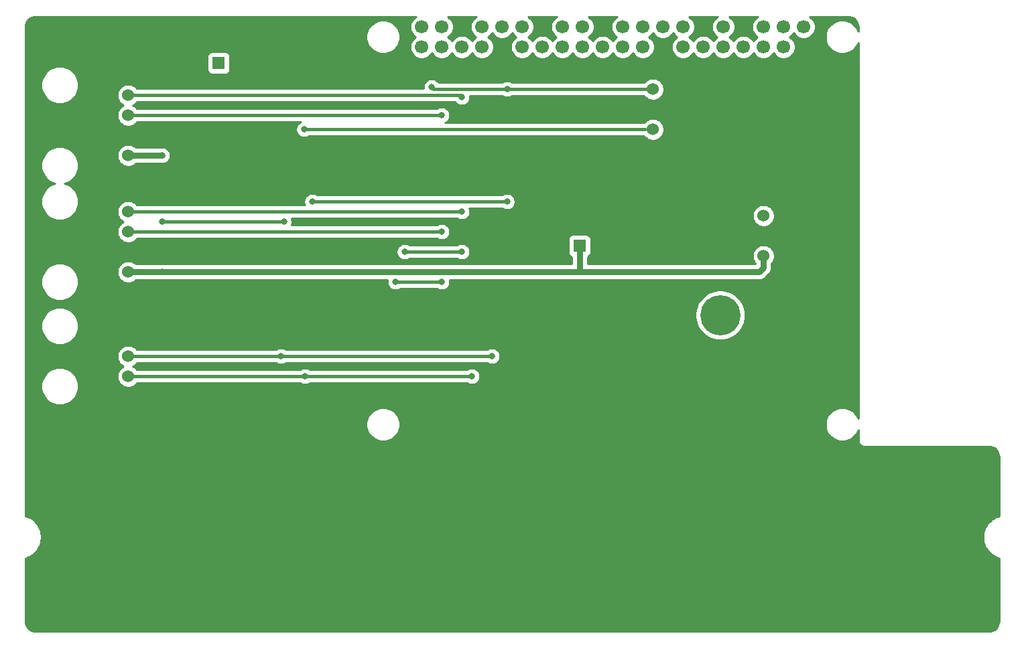
<source format=gbr>
G04 #@! TF.GenerationSoftware,KiCad,Pcbnew,(5.1.5)-3*
G04 #@! TF.CreationDate,2019-12-14T16:38:42-06:00*
G04 #@! TF.ProjectId,RaspberryPiBreakout_Hardware,52617370-6265-4727-9279-506942726561,rev?*
G04 #@! TF.SameCoordinates,Original*
G04 #@! TF.FileFunction,Copper,L2,Bot*
G04 #@! TF.FilePolarity,Positive*
%FSLAX46Y46*%
G04 Gerber Fmt 4.6, Leading zero omitted, Abs format (unit mm)*
G04 Created by KiCad (PCBNEW (5.1.5)-3) date 2019-12-14 16:38:42*
%MOMM*%
%LPD*%
G04 APERTURE LIST*
%ADD10C,1.700000*%
%ADD11C,1.524000*%
%ADD12C,5.080000*%
%ADD13C,1.600000*%
%ADD14R,1.600000X1.600000*%
%ADD15C,0.800000*%
%ADD16C,0.381000*%
%ADD17C,0.762000*%
%ADD18C,0.254000*%
G04 APERTURE END LIST*
D10*
X171450000Y-76454000D03*
X171450000Y-78994000D03*
X168910000Y-76454000D03*
X168910000Y-78994000D03*
X166370000Y-76454000D03*
X166370000Y-78994000D03*
X163830000Y-76454000D03*
X163830000Y-78994000D03*
X161290000Y-76454000D03*
X161290000Y-78994000D03*
X158750000Y-76454000D03*
X158750000Y-78994000D03*
X156210000Y-76454000D03*
X156210000Y-78994000D03*
X153670000Y-76454000D03*
X153670000Y-78994000D03*
X151130000Y-76454000D03*
X151130000Y-78994000D03*
X148590000Y-76454000D03*
X148590000Y-78994000D03*
X146050000Y-76454000D03*
X146050000Y-78994000D03*
X143510000Y-76454000D03*
X143510000Y-78994000D03*
X140970000Y-76454000D03*
X140970000Y-78994000D03*
X138430000Y-76454000D03*
X138430000Y-78994000D03*
X135890000Y-76454000D03*
X135890000Y-78994000D03*
X133350000Y-76454000D03*
X133350000Y-78994000D03*
X130810000Y-76454000D03*
X130810000Y-78994000D03*
X128270000Y-76454000D03*
X128270000Y-78994000D03*
X125730000Y-76454000D03*
X125730000Y-78994000D03*
X123190000Y-76454000D03*
X123190000Y-78994000D03*
D11*
X152400000Y-84328000D03*
X152400000Y-86868000D03*
X152400000Y-89408000D03*
D12*
X160909000Y-120777000D03*
X160909000Y-112903000D03*
D11*
X86106000Y-120650000D03*
X86106000Y-118110000D03*
X86106000Y-115570000D03*
X86106000Y-92710000D03*
X86106000Y-90170000D03*
X86106000Y-87630000D03*
X86106000Y-85090000D03*
X166370000Y-105410000D03*
X166370000Y-102870000D03*
X166370000Y-100330000D03*
D13*
X143129000Y-101640000D03*
D14*
X143129000Y-104140000D03*
D11*
X86106000Y-107442000D03*
X86106000Y-104902000D03*
X86106000Y-102362000D03*
X86106000Y-99822000D03*
D14*
X97536000Y-81026000D03*
D13*
X97536000Y-78526000D03*
D15*
X121031000Y-101092000D03*
X121031000Y-97282000D03*
X121031000Y-93472000D03*
X121031000Y-112522000D03*
X121031000Y-116332000D03*
X148336000Y-85979000D03*
X148336000Y-87630000D03*
X108331000Y-89408000D03*
X90424000Y-107442000D03*
X90396000Y-92710000D03*
X90396000Y-101092000D03*
X105791000Y-101092000D03*
X129540000Y-120650000D03*
X108458000Y-120650000D03*
X132080000Y-118110000D03*
X105410000Y-118110000D03*
X125730000Y-87630000D03*
X119888000Y-108712000D03*
X125730000Y-108712000D03*
X125730000Y-102362000D03*
X128270000Y-99822000D03*
X128270000Y-85344000D03*
X128270000Y-104902000D03*
X121031000Y-104902000D03*
X124460000Y-84074000D03*
X109347000Y-98552000D03*
X133985000Y-98552000D03*
X133985000Y-84328000D03*
D16*
X108331000Y-89408000D02*
X151384000Y-89408000D01*
D17*
X90424000Y-107442000D02*
X86106000Y-107442000D01*
X86106000Y-92710000D02*
X90396000Y-92710000D01*
X166370000Y-106934000D02*
X166370000Y-105410000D01*
X165862000Y-107442000D02*
X166370000Y-106934000D01*
X143129000Y-104140000D02*
X143129000Y-107442000D01*
X90424000Y-107442000D02*
X143129000Y-107442000D01*
X143129000Y-107442000D02*
X165862000Y-107442000D01*
D16*
X90396000Y-101092000D02*
X105791000Y-101092000D01*
X86106000Y-120650000D02*
X108458000Y-120650000D01*
X108458000Y-120650000D02*
X129540000Y-120650000D01*
X86106000Y-118110000D02*
X105410000Y-118110000D01*
X105410000Y-118110000D02*
X132080000Y-118110000D01*
X86106000Y-102362000D02*
X125476000Y-102362000D01*
X86106000Y-87630000D02*
X125730000Y-87630000D01*
X119888000Y-108712000D02*
X125730000Y-108712000D01*
X125476000Y-102362000D02*
X125730000Y-102362000D01*
X86106000Y-99822000D02*
X128270000Y-99822000D01*
X128016000Y-85090000D02*
X128270000Y-85344000D01*
X86106000Y-85090000D02*
X128016000Y-85090000D01*
X121031000Y-104902000D02*
X128270000Y-104902000D01*
X124968000Y-84328000D02*
X124714000Y-84328000D01*
X124714000Y-84328000D02*
X124460000Y-84074000D01*
X109347000Y-98552000D02*
X133985000Y-98552000D01*
X151384000Y-84328000D02*
X133985000Y-84328000D01*
X133985000Y-84328000D02*
X124968000Y-84328000D01*
X152400000Y-84328000D02*
X151384000Y-84328000D01*
D18*
G36*
X122243368Y-75300525D02*
G01*
X122036525Y-75507368D01*
X121874010Y-75750589D01*
X121762068Y-76020842D01*
X121705000Y-76307740D01*
X121705000Y-76600260D01*
X121762068Y-76887158D01*
X121874010Y-77157411D01*
X122036525Y-77400632D01*
X122243368Y-77607475D01*
X122417760Y-77724000D01*
X122243368Y-77840525D01*
X122036525Y-78047368D01*
X121874010Y-78290589D01*
X121762068Y-78560842D01*
X121705000Y-78847740D01*
X121705000Y-79140260D01*
X121762068Y-79427158D01*
X121874010Y-79697411D01*
X122036525Y-79940632D01*
X122243368Y-80147475D01*
X122486589Y-80309990D01*
X122756842Y-80421932D01*
X123043740Y-80479000D01*
X123336260Y-80479000D01*
X123623158Y-80421932D01*
X123893411Y-80309990D01*
X124136632Y-80147475D01*
X124343475Y-79940632D01*
X124460000Y-79766240D01*
X124576525Y-79940632D01*
X124783368Y-80147475D01*
X125026589Y-80309990D01*
X125296842Y-80421932D01*
X125583740Y-80479000D01*
X125876260Y-80479000D01*
X126163158Y-80421932D01*
X126433411Y-80309990D01*
X126676632Y-80147475D01*
X126883475Y-79940632D01*
X127000000Y-79766240D01*
X127116525Y-79940632D01*
X127323368Y-80147475D01*
X127566589Y-80309990D01*
X127836842Y-80421932D01*
X128123740Y-80479000D01*
X128416260Y-80479000D01*
X128703158Y-80421932D01*
X128973411Y-80309990D01*
X129216632Y-80147475D01*
X129423475Y-79940632D01*
X129540000Y-79766240D01*
X129656525Y-79940632D01*
X129863368Y-80147475D01*
X130106589Y-80309990D01*
X130376842Y-80421932D01*
X130663740Y-80479000D01*
X130956260Y-80479000D01*
X131243158Y-80421932D01*
X131513411Y-80309990D01*
X131756632Y-80147475D01*
X131963475Y-79940632D01*
X132125990Y-79697411D01*
X132237932Y-79427158D01*
X132295000Y-79140260D01*
X132295000Y-78847740D01*
X132237932Y-78560842D01*
X132125990Y-78290589D01*
X131963475Y-78047368D01*
X131756632Y-77840525D01*
X131582240Y-77724000D01*
X131756632Y-77607475D01*
X131963475Y-77400632D01*
X132080000Y-77226240D01*
X132196525Y-77400632D01*
X132403368Y-77607475D01*
X132646589Y-77769990D01*
X132916842Y-77881932D01*
X133203740Y-77939000D01*
X133496260Y-77939000D01*
X133783158Y-77881932D01*
X134053411Y-77769990D01*
X134296632Y-77607475D01*
X134503475Y-77400632D01*
X134620000Y-77226240D01*
X134736525Y-77400632D01*
X134943368Y-77607475D01*
X135117760Y-77724000D01*
X134943368Y-77840525D01*
X134736525Y-78047368D01*
X134574010Y-78290589D01*
X134462068Y-78560842D01*
X134405000Y-78847740D01*
X134405000Y-79140260D01*
X134462068Y-79427158D01*
X134574010Y-79697411D01*
X134736525Y-79940632D01*
X134943368Y-80147475D01*
X135186589Y-80309990D01*
X135456842Y-80421932D01*
X135743740Y-80479000D01*
X136036260Y-80479000D01*
X136323158Y-80421932D01*
X136593411Y-80309990D01*
X136836632Y-80147475D01*
X137043475Y-79940632D01*
X137160000Y-79766240D01*
X137276525Y-79940632D01*
X137483368Y-80147475D01*
X137726589Y-80309990D01*
X137996842Y-80421932D01*
X138283740Y-80479000D01*
X138576260Y-80479000D01*
X138863158Y-80421932D01*
X139133411Y-80309990D01*
X139376632Y-80147475D01*
X139583475Y-79940632D01*
X139700000Y-79766240D01*
X139816525Y-79940632D01*
X140023368Y-80147475D01*
X140266589Y-80309990D01*
X140536842Y-80421932D01*
X140823740Y-80479000D01*
X141116260Y-80479000D01*
X141403158Y-80421932D01*
X141673411Y-80309990D01*
X141916632Y-80147475D01*
X142123475Y-79940632D01*
X142240000Y-79766240D01*
X142356525Y-79940632D01*
X142563368Y-80147475D01*
X142806589Y-80309990D01*
X143076842Y-80421932D01*
X143363740Y-80479000D01*
X143656260Y-80479000D01*
X143943158Y-80421932D01*
X144213411Y-80309990D01*
X144456632Y-80147475D01*
X144663475Y-79940632D01*
X144780000Y-79766240D01*
X144896525Y-79940632D01*
X145103368Y-80147475D01*
X145346589Y-80309990D01*
X145616842Y-80421932D01*
X145903740Y-80479000D01*
X146196260Y-80479000D01*
X146483158Y-80421932D01*
X146753411Y-80309990D01*
X146996632Y-80147475D01*
X147203475Y-79940632D01*
X147320000Y-79766240D01*
X147436525Y-79940632D01*
X147643368Y-80147475D01*
X147886589Y-80309990D01*
X148156842Y-80421932D01*
X148443740Y-80479000D01*
X148736260Y-80479000D01*
X149023158Y-80421932D01*
X149293411Y-80309990D01*
X149536632Y-80147475D01*
X149743475Y-79940632D01*
X149860000Y-79766240D01*
X149976525Y-79940632D01*
X150183368Y-80147475D01*
X150426589Y-80309990D01*
X150696842Y-80421932D01*
X150983740Y-80479000D01*
X151276260Y-80479000D01*
X151563158Y-80421932D01*
X151833411Y-80309990D01*
X152076632Y-80147475D01*
X152283475Y-79940632D01*
X152445990Y-79697411D01*
X152557932Y-79427158D01*
X152615000Y-79140260D01*
X152615000Y-78847740D01*
X152557932Y-78560842D01*
X152445990Y-78290589D01*
X152283475Y-78047368D01*
X152076632Y-77840525D01*
X151902240Y-77724000D01*
X152076632Y-77607475D01*
X152283475Y-77400632D01*
X152400000Y-77226240D01*
X152516525Y-77400632D01*
X152723368Y-77607475D01*
X152966589Y-77769990D01*
X153236842Y-77881932D01*
X153523740Y-77939000D01*
X153816260Y-77939000D01*
X154103158Y-77881932D01*
X154373411Y-77769990D01*
X154616632Y-77607475D01*
X154823475Y-77400632D01*
X154940000Y-77226240D01*
X155056525Y-77400632D01*
X155263368Y-77607475D01*
X155437760Y-77724000D01*
X155263368Y-77840525D01*
X155056525Y-78047368D01*
X154894010Y-78290589D01*
X154782068Y-78560842D01*
X154725000Y-78847740D01*
X154725000Y-79140260D01*
X154782068Y-79427158D01*
X154894010Y-79697411D01*
X155056525Y-79940632D01*
X155263368Y-80147475D01*
X155506589Y-80309990D01*
X155776842Y-80421932D01*
X156063740Y-80479000D01*
X156356260Y-80479000D01*
X156643158Y-80421932D01*
X156913411Y-80309990D01*
X157156632Y-80147475D01*
X157363475Y-79940632D01*
X157480000Y-79766240D01*
X157596525Y-79940632D01*
X157803368Y-80147475D01*
X158046589Y-80309990D01*
X158316842Y-80421932D01*
X158603740Y-80479000D01*
X158896260Y-80479000D01*
X159183158Y-80421932D01*
X159453411Y-80309990D01*
X159696632Y-80147475D01*
X159903475Y-79940632D01*
X160020000Y-79766240D01*
X160136525Y-79940632D01*
X160343368Y-80147475D01*
X160586589Y-80309990D01*
X160856842Y-80421932D01*
X161143740Y-80479000D01*
X161436260Y-80479000D01*
X161723158Y-80421932D01*
X161993411Y-80309990D01*
X162236632Y-80147475D01*
X162443475Y-79940632D01*
X162560000Y-79766240D01*
X162676525Y-79940632D01*
X162883368Y-80147475D01*
X163126589Y-80309990D01*
X163396842Y-80421932D01*
X163683740Y-80479000D01*
X163976260Y-80479000D01*
X164263158Y-80421932D01*
X164533411Y-80309990D01*
X164776632Y-80147475D01*
X164983475Y-79940632D01*
X165100000Y-79766240D01*
X165216525Y-79940632D01*
X165423368Y-80147475D01*
X165666589Y-80309990D01*
X165936842Y-80421932D01*
X166223740Y-80479000D01*
X166516260Y-80479000D01*
X166803158Y-80421932D01*
X167073411Y-80309990D01*
X167316632Y-80147475D01*
X167523475Y-79940632D01*
X167640000Y-79766240D01*
X167756525Y-79940632D01*
X167963368Y-80147475D01*
X168206589Y-80309990D01*
X168476842Y-80421932D01*
X168763740Y-80479000D01*
X169056260Y-80479000D01*
X169343158Y-80421932D01*
X169613411Y-80309990D01*
X169856632Y-80147475D01*
X170063475Y-79940632D01*
X170225990Y-79697411D01*
X170337932Y-79427158D01*
X170395000Y-79140260D01*
X170395000Y-78847740D01*
X170337932Y-78560842D01*
X170225990Y-78290589D01*
X170063475Y-78047368D01*
X169856632Y-77840525D01*
X169682240Y-77724000D01*
X169856632Y-77607475D01*
X170063475Y-77400632D01*
X170180000Y-77226240D01*
X170296525Y-77400632D01*
X170503368Y-77607475D01*
X170746589Y-77769990D01*
X171016842Y-77881932D01*
X171303740Y-77939000D01*
X171596260Y-77939000D01*
X171883158Y-77881932D01*
X172153411Y-77769990D01*
X172396632Y-77607475D01*
X172603475Y-77400632D01*
X172765990Y-77157411D01*
X172877932Y-76887158D01*
X172935000Y-76600260D01*
X172935000Y-76307740D01*
X172877932Y-76020842D01*
X172765990Y-75750589D01*
X172603475Y-75507368D01*
X172396632Y-75300525D01*
X172181832Y-75157000D01*
X177002054Y-75157000D01*
X177289236Y-75185158D01*
X177530907Y-75258123D01*
X177753799Y-75376637D01*
X177949427Y-75536187D01*
X178110340Y-75730699D01*
X178230407Y-75952756D01*
X178305056Y-76193912D01*
X178335000Y-76478811D01*
X178335000Y-77009617D01*
X178212012Y-76712698D01*
X177978363Y-76363017D01*
X177680983Y-76065637D01*
X177331302Y-75831988D01*
X176942756Y-75671047D01*
X176530279Y-75589000D01*
X176109721Y-75589000D01*
X175697244Y-75671047D01*
X175308698Y-75831988D01*
X174959017Y-76065637D01*
X174661637Y-76363017D01*
X174427988Y-76712698D01*
X174267047Y-77101244D01*
X174185000Y-77513721D01*
X174185000Y-77934279D01*
X174267047Y-78346756D01*
X174427988Y-78735302D01*
X174661637Y-79084983D01*
X174959017Y-79382363D01*
X175308698Y-79616012D01*
X175697244Y-79776953D01*
X176109721Y-79859000D01*
X176530279Y-79859000D01*
X176942756Y-79776953D01*
X177331302Y-79616012D01*
X177680983Y-79382363D01*
X177978363Y-79084983D01*
X178212012Y-78735302D01*
X178335000Y-78438383D01*
X178335001Y-126009620D01*
X178212012Y-125712698D01*
X177978363Y-125363017D01*
X177680983Y-125065637D01*
X177331302Y-124831988D01*
X176942756Y-124671047D01*
X176530279Y-124589000D01*
X176109721Y-124589000D01*
X175697244Y-124671047D01*
X175308698Y-124831988D01*
X174959017Y-125065637D01*
X174661637Y-125363017D01*
X174427988Y-125712698D01*
X174267047Y-126101244D01*
X174185000Y-126513721D01*
X174185000Y-126934279D01*
X174267047Y-127346756D01*
X174427988Y-127735302D01*
X174661637Y-128084983D01*
X174959017Y-128382363D01*
X175308698Y-128616012D01*
X175697244Y-128776953D01*
X176109721Y-128859000D01*
X176530279Y-128859000D01*
X176942756Y-128776953D01*
X177331302Y-128616012D01*
X177680983Y-128382363D01*
X177978363Y-128084983D01*
X178212012Y-127735302D01*
X178335001Y-127438380D01*
X178335001Y-128741885D01*
X178331444Y-128778000D01*
X178345635Y-128922085D01*
X178387663Y-129060633D01*
X178455913Y-129188320D01*
X178547762Y-129300238D01*
X178659680Y-129392087D01*
X178787367Y-129460337D01*
X178925915Y-129502365D01*
X179033895Y-129513000D01*
X179070000Y-129516556D01*
X179106105Y-129513000D01*
X194782054Y-129513000D01*
X195069236Y-129541158D01*
X195310907Y-129614123D01*
X195533799Y-129732637D01*
X195729427Y-129892187D01*
X195890340Y-130086699D01*
X196010407Y-130308756D01*
X196085056Y-130549912D01*
X196115000Y-130834811D01*
X196115001Y-138311134D01*
X195845223Y-138394644D01*
X195783779Y-138420473D01*
X195722045Y-138445415D01*
X195712989Y-138450230D01*
X195712985Y-138450232D01*
X195712984Y-138450233D01*
X195364135Y-138638855D01*
X195308892Y-138676117D01*
X195253167Y-138712582D01*
X195245217Y-138719066D01*
X195245213Y-138719069D01*
X195245209Y-138719073D01*
X194939646Y-138971855D01*
X194892668Y-139019162D01*
X194845110Y-139065734D01*
X194838568Y-139073641D01*
X194587920Y-139380967D01*
X194551042Y-139436472D01*
X194513419Y-139491419D01*
X194508537Y-139500446D01*
X194322356Y-139850603D01*
X194296953Y-139912235D01*
X194270727Y-139973424D01*
X194267692Y-139983227D01*
X194153069Y-140362878D01*
X194140127Y-140428238D01*
X194126280Y-140493386D01*
X194125207Y-140503592D01*
X194086508Y-140898277D01*
X194086508Y-140930396D01*
X194083040Y-140962328D01*
X194083005Y-140972591D01*
X194083055Y-140986776D01*
X194086299Y-141018704D01*
X194086075Y-141050800D01*
X194087076Y-141061013D01*
X194128529Y-141455417D01*
X194141932Y-141520711D01*
X194154408Y-141586111D01*
X194157373Y-141595935D01*
X194274644Y-141974778D01*
X194300483Y-142036246D01*
X194325415Y-142097955D01*
X194330233Y-142107017D01*
X194518855Y-142455865D01*
X194556117Y-142511108D01*
X194592582Y-142566833D01*
X194599068Y-142574786D01*
X194851855Y-142880354D01*
X194899130Y-142927299D01*
X194945735Y-142974891D01*
X194953642Y-142981432D01*
X195260967Y-143232081D01*
X195316491Y-143268971D01*
X195371419Y-143306581D01*
X195380443Y-143311461D01*
X195380451Y-143311465D01*
X195730603Y-143497644D01*
X195792207Y-143523035D01*
X195853424Y-143549273D01*
X195863227Y-143552308D01*
X196115000Y-143628323D01*
X196115001Y-151602043D01*
X196086842Y-151889236D01*
X196013878Y-152130903D01*
X195895363Y-152353798D01*
X195735813Y-152549427D01*
X195541300Y-152710341D01*
X195319244Y-152830407D01*
X195078090Y-152905056D01*
X194793189Y-152935000D01*
X74457946Y-152935000D01*
X74170764Y-152906842D01*
X73929097Y-152833878D01*
X73706202Y-152715363D01*
X73510573Y-152555813D01*
X73349659Y-152361300D01*
X73229593Y-152139244D01*
X73154944Y-151898090D01*
X73125000Y-151613189D01*
X73125000Y-143628866D01*
X73394778Y-143545356D01*
X73456246Y-143519517D01*
X73517955Y-143494585D01*
X73527012Y-143489770D01*
X73527016Y-143489768D01*
X73527019Y-143489766D01*
X73875865Y-143301145D01*
X73931108Y-143263883D01*
X73986833Y-143227418D01*
X73994786Y-143220932D01*
X74300354Y-142968145D01*
X74347299Y-142920870D01*
X74394891Y-142874265D01*
X74401432Y-142866358D01*
X74652081Y-142559033D01*
X74688971Y-142503509D01*
X74726581Y-142448581D01*
X74731462Y-142439554D01*
X74917644Y-142089397D01*
X74943035Y-142027793D01*
X74969273Y-141966576D01*
X74972308Y-141956773D01*
X75086931Y-141577122D01*
X75099874Y-141511754D01*
X75113720Y-141446613D01*
X75114793Y-141436407D01*
X75153492Y-141041723D01*
X75153492Y-141009604D01*
X75156960Y-140977672D01*
X75156995Y-140967409D01*
X75156945Y-140953223D01*
X75153701Y-140921295D01*
X75153925Y-140889199D01*
X75152924Y-140878986D01*
X75111471Y-140484583D01*
X75098073Y-140419313D01*
X75085593Y-140353890D01*
X75082627Y-140344065D01*
X74965356Y-139965223D01*
X74939527Y-139903779D01*
X74914585Y-139842045D01*
X74909767Y-139832984D01*
X74721145Y-139484135D01*
X74683883Y-139428892D01*
X74647418Y-139373167D01*
X74640932Y-139365215D01*
X74640931Y-139365213D01*
X74640927Y-139365209D01*
X74388145Y-139059646D01*
X74340838Y-139012668D01*
X74294266Y-138965110D01*
X74286359Y-138958568D01*
X73979033Y-138707920D01*
X73923528Y-138671042D01*
X73868581Y-138633419D01*
X73859554Y-138628537D01*
X73509397Y-138442356D01*
X73447765Y-138416953D01*
X73386576Y-138390727D01*
X73376777Y-138387693D01*
X73376771Y-138387691D01*
X73125000Y-138311678D01*
X73125000Y-126513721D01*
X116185000Y-126513721D01*
X116185000Y-126934279D01*
X116267047Y-127346756D01*
X116427988Y-127735302D01*
X116661637Y-128084983D01*
X116959017Y-128382363D01*
X117308698Y-128616012D01*
X117697244Y-128776953D01*
X118109721Y-128859000D01*
X118530279Y-128859000D01*
X118942756Y-128776953D01*
X119331302Y-128616012D01*
X119680983Y-128382363D01*
X119978363Y-128084983D01*
X120212012Y-127735302D01*
X120372953Y-127346756D01*
X120455000Y-126934279D01*
X120455000Y-126513721D01*
X120372953Y-126101244D01*
X120212012Y-125712698D01*
X119978363Y-125363017D01*
X119680983Y-125065637D01*
X119331302Y-124831988D01*
X118942756Y-124671047D01*
X118530279Y-124589000D01*
X118109721Y-124589000D01*
X117697244Y-124671047D01*
X117308698Y-124831988D01*
X116959017Y-125065637D01*
X116661637Y-125363017D01*
X116427988Y-125712698D01*
X116267047Y-126101244D01*
X116185000Y-126513721D01*
X73125000Y-126513721D01*
X73125000Y-121687560D01*
X75110000Y-121687560D01*
X75110000Y-122152440D01*
X75200694Y-122608387D01*
X75378595Y-123037879D01*
X75636868Y-123424412D01*
X75965588Y-123753132D01*
X76352121Y-124011405D01*
X76781613Y-124189306D01*
X77237560Y-124280000D01*
X77702440Y-124280000D01*
X78158387Y-124189306D01*
X78587879Y-124011405D01*
X78974412Y-123753132D01*
X79303132Y-123424412D01*
X79561405Y-123037879D01*
X79739306Y-122608387D01*
X79830000Y-122152440D01*
X79830000Y-121687560D01*
X79739306Y-121231613D01*
X79561405Y-120802121D01*
X79303132Y-120415588D01*
X78974412Y-120086868D01*
X78587879Y-119828595D01*
X78158387Y-119650694D01*
X77702440Y-119560000D01*
X77237560Y-119560000D01*
X76781613Y-119650694D01*
X76352121Y-119828595D01*
X75965588Y-120086868D01*
X75636868Y-120415588D01*
X75378595Y-120802121D01*
X75200694Y-121231613D01*
X75110000Y-121687560D01*
X73125000Y-121687560D01*
X73125000Y-117972408D01*
X84709000Y-117972408D01*
X84709000Y-118247592D01*
X84762686Y-118517490D01*
X84867995Y-118771727D01*
X85020880Y-119000535D01*
X85215465Y-119195120D01*
X85444273Y-119348005D01*
X85521515Y-119380000D01*
X85444273Y-119411995D01*
X85215465Y-119564880D01*
X85020880Y-119759465D01*
X84867995Y-119988273D01*
X84762686Y-120242510D01*
X84709000Y-120512408D01*
X84709000Y-120787592D01*
X84762686Y-121057490D01*
X84867995Y-121311727D01*
X85020880Y-121540535D01*
X85215465Y-121735120D01*
X85444273Y-121888005D01*
X85698510Y-121993314D01*
X85968408Y-122047000D01*
X86243592Y-122047000D01*
X86513490Y-121993314D01*
X86767727Y-121888005D01*
X86996535Y-121735120D01*
X87191120Y-121540535D01*
X87234575Y-121475500D01*
X107830497Y-121475500D01*
X107967744Y-121567205D01*
X108156102Y-121645226D01*
X108356061Y-121685000D01*
X108559939Y-121685000D01*
X108759898Y-121645226D01*
X108948256Y-121567205D01*
X109085503Y-121475500D01*
X128912497Y-121475500D01*
X129049744Y-121567205D01*
X129238102Y-121645226D01*
X129438061Y-121685000D01*
X129641939Y-121685000D01*
X129841898Y-121645226D01*
X130030256Y-121567205D01*
X130199774Y-121453937D01*
X130343937Y-121309774D01*
X130457205Y-121140256D01*
X130535226Y-120951898D01*
X130575000Y-120751939D01*
X130575000Y-120548061D01*
X130535226Y-120348102D01*
X130457205Y-120159744D01*
X130343937Y-119990226D01*
X130199774Y-119846063D01*
X130030256Y-119732795D01*
X129841898Y-119654774D01*
X129641939Y-119615000D01*
X129438061Y-119615000D01*
X129238102Y-119654774D01*
X129049744Y-119732795D01*
X128912497Y-119824500D01*
X109085503Y-119824500D01*
X108948256Y-119732795D01*
X108759898Y-119654774D01*
X108559939Y-119615000D01*
X108356061Y-119615000D01*
X108156102Y-119654774D01*
X107967744Y-119732795D01*
X107830497Y-119824500D01*
X87234575Y-119824500D01*
X87191120Y-119759465D01*
X86996535Y-119564880D01*
X86767727Y-119411995D01*
X86690485Y-119380000D01*
X86767727Y-119348005D01*
X86996535Y-119195120D01*
X87191120Y-119000535D01*
X87234575Y-118935500D01*
X104782497Y-118935500D01*
X104919744Y-119027205D01*
X105108102Y-119105226D01*
X105308061Y-119145000D01*
X105511939Y-119145000D01*
X105711898Y-119105226D01*
X105900256Y-119027205D01*
X106037503Y-118935500D01*
X131452497Y-118935500D01*
X131589744Y-119027205D01*
X131778102Y-119105226D01*
X131978061Y-119145000D01*
X132181939Y-119145000D01*
X132381898Y-119105226D01*
X132570256Y-119027205D01*
X132739774Y-118913937D01*
X132883937Y-118769774D01*
X132997205Y-118600256D01*
X133075226Y-118411898D01*
X133115000Y-118211939D01*
X133115000Y-118008061D01*
X133075226Y-117808102D01*
X132997205Y-117619744D01*
X132883937Y-117450226D01*
X132739774Y-117306063D01*
X132570256Y-117192795D01*
X132381898Y-117114774D01*
X132181939Y-117075000D01*
X131978061Y-117075000D01*
X131778102Y-117114774D01*
X131589744Y-117192795D01*
X131452497Y-117284500D01*
X106037503Y-117284500D01*
X105900256Y-117192795D01*
X105711898Y-117114774D01*
X105511939Y-117075000D01*
X105308061Y-117075000D01*
X105108102Y-117114774D01*
X104919744Y-117192795D01*
X104782497Y-117284500D01*
X87234575Y-117284500D01*
X87191120Y-117219465D01*
X86996535Y-117024880D01*
X86767727Y-116871995D01*
X86513490Y-116766686D01*
X86243592Y-116713000D01*
X85968408Y-116713000D01*
X85698510Y-116766686D01*
X85444273Y-116871995D01*
X85215465Y-117024880D01*
X85020880Y-117219465D01*
X84867995Y-117448273D01*
X84762686Y-117702510D01*
X84709000Y-117972408D01*
X73125000Y-117972408D01*
X73125000Y-114067560D01*
X75110000Y-114067560D01*
X75110000Y-114532440D01*
X75200694Y-114988387D01*
X75378595Y-115417879D01*
X75636868Y-115804412D01*
X75965588Y-116133132D01*
X76352121Y-116391405D01*
X76781613Y-116569306D01*
X77237560Y-116660000D01*
X77702440Y-116660000D01*
X78158387Y-116569306D01*
X78587879Y-116391405D01*
X78974412Y-116133132D01*
X79303132Y-115804412D01*
X79561405Y-115417879D01*
X79739306Y-114988387D01*
X79830000Y-114532440D01*
X79830000Y-114067560D01*
X79739306Y-113611613D01*
X79561405Y-113182121D01*
X79303132Y-112795588D01*
X79097834Y-112590290D01*
X157734000Y-112590290D01*
X157734000Y-113215710D01*
X157856014Y-113829113D01*
X158095352Y-114406926D01*
X158442817Y-114926944D01*
X158885056Y-115369183D01*
X159405074Y-115716648D01*
X159982887Y-115955986D01*
X160596290Y-116078000D01*
X161221710Y-116078000D01*
X161835113Y-115955986D01*
X162412926Y-115716648D01*
X162932944Y-115369183D01*
X163375183Y-114926944D01*
X163722648Y-114406926D01*
X163961986Y-113829113D01*
X164084000Y-113215710D01*
X164084000Y-112590290D01*
X163961986Y-111976887D01*
X163722648Y-111399074D01*
X163375183Y-110879056D01*
X162932944Y-110436817D01*
X162412926Y-110089352D01*
X161835113Y-109850014D01*
X161221710Y-109728000D01*
X160596290Y-109728000D01*
X159982887Y-109850014D01*
X159405074Y-110089352D01*
X158885056Y-110436817D01*
X158442817Y-110879056D01*
X158095352Y-111399074D01*
X157856014Y-111976887D01*
X157734000Y-112590290D01*
X79097834Y-112590290D01*
X78974412Y-112466868D01*
X78587879Y-112208595D01*
X78158387Y-112030694D01*
X77702440Y-111940000D01*
X77237560Y-111940000D01*
X76781613Y-112030694D01*
X76352121Y-112208595D01*
X75965588Y-112466868D01*
X75636868Y-112795588D01*
X75378595Y-113182121D01*
X75200694Y-113611613D01*
X75110000Y-114067560D01*
X73125000Y-114067560D01*
X73125000Y-108479560D01*
X75110000Y-108479560D01*
X75110000Y-108944440D01*
X75200694Y-109400387D01*
X75378595Y-109829879D01*
X75636868Y-110216412D01*
X75965588Y-110545132D01*
X76352121Y-110803405D01*
X76781613Y-110981306D01*
X77237560Y-111072000D01*
X77702440Y-111072000D01*
X78158387Y-110981306D01*
X78587879Y-110803405D01*
X78974412Y-110545132D01*
X79303132Y-110216412D01*
X79561405Y-109829879D01*
X79739306Y-109400387D01*
X79830000Y-108944440D01*
X79830000Y-108479560D01*
X79739306Y-108023613D01*
X79561405Y-107594121D01*
X79367826Y-107304408D01*
X84709000Y-107304408D01*
X84709000Y-107579592D01*
X84762686Y-107849490D01*
X84867995Y-108103727D01*
X85020880Y-108332535D01*
X85215465Y-108527120D01*
X85444273Y-108680005D01*
X85698510Y-108785314D01*
X85968408Y-108839000D01*
X86243592Y-108839000D01*
X86513490Y-108785314D01*
X86767727Y-108680005D01*
X86996535Y-108527120D01*
X87065655Y-108458000D01*
X90226541Y-108458000D01*
X90322061Y-108477000D01*
X90525939Y-108477000D01*
X90621459Y-108458000D01*
X118883247Y-108458000D01*
X118853000Y-108610061D01*
X118853000Y-108813939D01*
X118892774Y-109013898D01*
X118970795Y-109202256D01*
X119084063Y-109371774D01*
X119228226Y-109515937D01*
X119397744Y-109629205D01*
X119586102Y-109707226D01*
X119786061Y-109747000D01*
X119989939Y-109747000D01*
X120189898Y-109707226D01*
X120378256Y-109629205D01*
X120515503Y-109537500D01*
X125102497Y-109537500D01*
X125239744Y-109629205D01*
X125428102Y-109707226D01*
X125628061Y-109747000D01*
X125831939Y-109747000D01*
X126031898Y-109707226D01*
X126220256Y-109629205D01*
X126389774Y-109515937D01*
X126533937Y-109371774D01*
X126647205Y-109202256D01*
X126725226Y-109013898D01*
X126765000Y-108813939D01*
X126765000Y-108610061D01*
X126734753Y-108458000D01*
X143079098Y-108458000D01*
X143129000Y-108462915D01*
X143178902Y-108458000D01*
X165812098Y-108458000D01*
X165862000Y-108462915D01*
X165911902Y-108458000D01*
X166061171Y-108443298D01*
X166252687Y-108385202D01*
X166429190Y-108290860D01*
X166583896Y-108163896D01*
X166615713Y-108125127D01*
X167053127Y-107687713D01*
X167091896Y-107655896D01*
X167218860Y-107501190D01*
X167313202Y-107324687D01*
X167353674Y-107191268D01*
X167371298Y-107133172D01*
X167381015Y-107034510D01*
X167386000Y-106983902D01*
X167386000Y-106983895D01*
X167390914Y-106934001D01*
X167386000Y-106884107D01*
X167386000Y-106369655D01*
X167455120Y-106300535D01*
X167608005Y-106071727D01*
X167713314Y-105817490D01*
X167767000Y-105547592D01*
X167767000Y-105272408D01*
X167713314Y-105002510D01*
X167608005Y-104748273D01*
X167455120Y-104519465D01*
X167260535Y-104324880D01*
X167031727Y-104171995D01*
X166777490Y-104066686D01*
X166507592Y-104013000D01*
X166232408Y-104013000D01*
X165962510Y-104066686D01*
X165708273Y-104171995D01*
X165479465Y-104324880D01*
X165284880Y-104519465D01*
X165131995Y-104748273D01*
X165026686Y-105002510D01*
X164973000Y-105272408D01*
X164973000Y-105547592D01*
X165026686Y-105817490D01*
X165131995Y-106071727D01*
X165284880Y-106300535D01*
X165354000Y-106369655D01*
X165354000Y-106426000D01*
X144145000Y-106426000D01*
X144145000Y-105538050D01*
X144173180Y-105529502D01*
X144283494Y-105470537D01*
X144380185Y-105391185D01*
X144459537Y-105294494D01*
X144518502Y-105184180D01*
X144554812Y-105064482D01*
X144567072Y-104940000D01*
X144567072Y-103340000D01*
X144554812Y-103215518D01*
X144518502Y-103095820D01*
X144459537Y-102985506D01*
X144380185Y-102888815D01*
X144283494Y-102809463D01*
X144173180Y-102750498D01*
X144053482Y-102714188D01*
X143929000Y-102701928D01*
X142329000Y-102701928D01*
X142204518Y-102714188D01*
X142084820Y-102750498D01*
X141974506Y-102809463D01*
X141877815Y-102888815D01*
X141798463Y-102985506D01*
X141739498Y-103095820D01*
X141703188Y-103215518D01*
X141690928Y-103340000D01*
X141690928Y-104940000D01*
X141703188Y-105064482D01*
X141739498Y-105184180D01*
X141798463Y-105294494D01*
X141877815Y-105391185D01*
X141974506Y-105470537D01*
X142084820Y-105529502D01*
X142113000Y-105538050D01*
X142113001Y-106426000D01*
X90621459Y-106426000D01*
X90525939Y-106407000D01*
X90322061Y-106407000D01*
X90226541Y-106426000D01*
X87065655Y-106426000D01*
X86996535Y-106356880D01*
X86767727Y-106203995D01*
X86513490Y-106098686D01*
X86243592Y-106045000D01*
X85968408Y-106045000D01*
X85698510Y-106098686D01*
X85444273Y-106203995D01*
X85215465Y-106356880D01*
X85020880Y-106551465D01*
X84867995Y-106780273D01*
X84762686Y-107034510D01*
X84709000Y-107304408D01*
X79367826Y-107304408D01*
X79303132Y-107207588D01*
X78974412Y-106878868D01*
X78587879Y-106620595D01*
X78158387Y-106442694D01*
X77702440Y-106352000D01*
X77237560Y-106352000D01*
X76781613Y-106442694D01*
X76352121Y-106620595D01*
X75965588Y-106878868D01*
X75636868Y-107207588D01*
X75378595Y-107594121D01*
X75200694Y-108023613D01*
X75110000Y-108479560D01*
X73125000Y-108479560D01*
X73125000Y-104800061D01*
X119996000Y-104800061D01*
X119996000Y-105003939D01*
X120035774Y-105203898D01*
X120113795Y-105392256D01*
X120227063Y-105561774D01*
X120371226Y-105705937D01*
X120540744Y-105819205D01*
X120729102Y-105897226D01*
X120929061Y-105937000D01*
X121132939Y-105937000D01*
X121332898Y-105897226D01*
X121521256Y-105819205D01*
X121658503Y-105727500D01*
X127642497Y-105727500D01*
X127779744Y-105819205D01*
X127968102Y-105897226D01*
X128168061Y-105937000D01*
X128371939Y-105937000D01*
X128571898Y-105897226D01*
X128760256Y-105819205D01*
X128929774Y-105705937D01*
X129073937Y-105561774D01*
X129187205Y-105392256D01*
X129265226Y-105203898D01*
X129305000Y-105003939D01*
X129305000Y-104800061D01*
X129265226Y-104600102D01*
X129187205Y-104411744D01*
X129073937Y-104242226D01*
X128929774Y-104098063D01*
X128760256Y-103984795D01*
X128571898Y-103906774D01*
X128371939Y-103867000D01*
X128168061Y-103867000D01*
X127968102Y-103906774D01*
X127779744Y-103984795D01*
X127642497Y-104076500D01*
X121658503Y-104076500D01*
X121521256Y-103984795D01*
X121332898Y-103906774D01*
X121132939Y-103867000D01*
X120929061Y-103867000D01*
X120729102Y-103906774D01*
X120540744Y-103984795D01*
X120371226Y-104098063D01*
X120227063Y-104242226D01*
X120113795Y-104411744D01*
X120035774Y-104600102D01*
X119996000Y-104800061D01*
X73125000Y-104800061D01*
X73125000Y-93747560D01*
X75110000Y-93747560D01*
X75110000Y-94212440D01*
X75200694Y-94668387D01*
X75378595Y-95097879D01*
X75636868Y-95484412D01*
X75965588Y-95813132D01*
X76352121Y-96071405D01*
X76781613Y-96249306D01*
X76865539Y-96266000D01*
X76781613Y-96282694D01*
X76352121Y-96460595D01*
X75965588Y-96718868D01*
X75636868Y-97047588D01*
X75378595Y-97434121D01*
X75200694Y-97863613D01*
X75110000Y-98319560D01*
X75110000Y-98784440D01*
X75200694Y-99240387D01*
X75378595Y-99669879D01*
X75636868Y-100056412D01*
X75965588Y-100385132D01*
X76352121Y-100643405D01*
X76781613Y-100821306D01*
X77237560Y-100912000D01*
X77702440Y-100912000D01*
X78158387Y-100821306D01*
X78587879Y-100643405D01*
X78974412Y-100385132D01*
X79303132Y-100056412D01*
X79551697Y-99684408D01*
X84709000Y-99684408D01*
X84709000Y-99959592D01*
X84762686Y-100229490D01*
X84867995Y-100483727D01*
X85020880Y-100712535D01*
X85215465Y-100907120D01*
X85444273Y-101060005D01*
X85521515Y-101092000D01*
X85444273Y-101123995D01*
X85215465Y-101276880D01*
X85020880Y-101471465D01*
X84867995Y-101700273D01*
X84762686Y-101954510D01*
X84709000Y-102224408D01*
X84709000Y-102499592D01*
X84762686Y-102769490D01*
X84867995Y-103023727D01*
X85020880Y-103252535D01*
X85215465Y-103447120D01*
X85444273Y-103600005D01*
X85698510Y-103705314D01*
X85968408Y-103759000D01*
X86243592Y-103759000D01*
X86513490Y-103705314D01*
X86767727Y-103600005D01*
X86996535Y-103447120D01*
X87191120Y-103252535D01*
X87234575Y-103187500D01*
X125102497Y-103187500D01*
X125239744Y-103279205D01*
X125428102Y-103357226D01*
X125628061Y-103397000D01*
X125831939Y-103397000D01*
X126031898Y-103357226D01*
X126220256Y-103279205D01*
X126389774Y-103165937D01*
X126533937Y-103021774D01*
X126647205Y-102852256D01*
X126725226Y-102663898D01*
X126765000Y-102463939D01*
X126765000Y-102260061D01*
X126725226Y-102060102D01*
X126647205Y-101871744D01*
X126533937Y-101702226D01*
X126389774Y-101558063D01*
X126220256Y-101444795D01*
X126031898Y-101366774D01*
X125831939Y-101327000D01*
X125628061Y-101327000D01*
X125428102Y-101366774D01*
X125239744Y-101444795D01*
X125102497Y-101536500D01*
X106727158Y-101536500D01*
X106786226Y-101393898D01*
X106826000Y-101193939D01*
X106826000Y-100990061D01*
X106786226Y-100790102D01*
X106727158Y-100647500D01*
X127642497Y-100647500D01*
X127779744Y-100739205D01*
X127968102Y-100817226D01*
X128168061Y-100857000D01*
X128371939Y-100857000D01*
X128571898Y-100817226D01*
X128760256Y-100739205D01*
X128929774Y-100625937D01*
X129073937Y-100481774D01*
X129187205Y-100312256D01*
X129236848Y-100192408D01*
X164973000Y-100192408D01*
X164973000Y-100467592D01*
X165026686Y-100737490D01*
X165131995Y-100991727D01*
X165284880Y-101220535D01*
X165479465Y-101415120D01*
X165708273Y-101568005D01*
X165962510Y-101673314D01*
X166232408Y-101727000D01*
X166507592Y-101727000D01*
X166777490Y-101673314D01*
X167031727Y-101568005D01*
X167260535Y-101415120D01*
X167455120Y-101220535D01*
X167608005Y-100991727D01*
X167713314Y-100737490D01*
X167767000Y-100467592D01*
X167767000Y-100192408D01*
X167713314Y-99922510D01*
X167608005Y-99668273D01*
X167455120Y-99439465D01*
X167260535Y-99244880D01*
X167031727Y-99091995D01*
X166777490Y-98986686D01*
X166507592Y-98933000D01*
X166232408Y-98933000D01*
X165962510Y-98986686D01*
X165708273Y-99091995D01*
X165479465Y-99244880D01*
X165284880Y-99439465D01*
X165131995Y-99668273D01*
X165026686Y-99922510D01*
X164973000Y-100192408D01*
X129236848Y-100192408D01*
X129265226Y-100123898D01*
X129305000Y-99923939D01*
X129305000Y-99720061D01*
X129265226Y-99520102D01*
X129206158Y-99377500D01*
X133357497Y-99377500D01*
X133494744Y-99469205D01*
X133683102Y-99547226D01*
X133883061Y-99587000D01*
X134086939Y-99587000D01*
X134286898Y-99547226D01*
X134475256Y-99469205D01*
X134644774Y-99355937D01*
X134788937Y-99211774D01*
X134902205Y-99042256D01*
X134980226Y-98853898D01*
X135020000Y-98653939D01*
X135020000Y-98450061D01*
X134980226Y-98250102D01*
X134902205Y-98061744D01*
X134788937Y-97892226D01*
X134644774Y-97748063D01*
X134475256Y-97634795D01*
X134286898Y-97556774D01*
X134086939Y-97517000D01*
X133883061Y-97517000D01*
X133683102Y-97556774D01*
X133494744Y-97634795D01*
X133357497Y-97726500D01*
X109974503Y-97726500D01*
X109837256Y-97634795D01*
X109648898Y-97556774D01*
X109448939Y-97517000D01*
X109245061Y-97517000D01*
X109045102Y-97556774D01*
X108856744Y-97634795D01*
X108687226Y-97748063D01*
X108543063Y-97892226D01*
X108429795Y-98061744D01*
X108351774Y-98250102D01*
X108312000Y-98450061D01*
X108312000Y-98653939D01*
X108351774Y-98853898D01*
X108410842Y-98996500D01*
X87234575Y-98996500D01*
X87191120Y-98931465D01*
X86996535Y-98736880D01*
X86767727Y-98583995D01*
X86513490Y-98478686D01*
X86243592Y-98425000D01*
X85968408Y-98425000D01*
X85698510Y-98478686D01*
X85444273Y-98583995D01*
X85215465Y-98736880D01*
X85020880Y-98931465D01*
X84867995Y-99160273D01*
X84762686Y-99414510D01*
X84709000Y-99684408D01*
X79551697Y-99684408D01*
X79561405Y-99669879D01*
X79739306Y-99240387D01*
X79830000Y-98784440D01*
X79830000Y-98319560D01*
X79739306Y-97863613D01*
X79561405Y-97434121D01*
X79303132Y-97047588D01*
X78974412Y-96718868D01*
X78587879Y-96460595D01*
X78158387Y-96282694D01*
X78074461Y-96266000D01*
X78158387Y-96249306D01*
X78587879Y-96071405D01*
X78974412Y-95813132D01*
X79303132Y-95484412D01*
X79561405Y-95097879D01*
X79739306Y-94668387D01*
X79830000Y-94212440D01*
X79830000Y-93747560D01*
X79739306Y-93291613D01*
X79561405Y-92862121D01*
X79367826Y-92572408D01*
X84709000Y-92572408D01*
X84709000Y-92847592D01*
X84762686Y-93117490D01*
X84867995Y-93371727D01*
X85020880Y-93600535D01*
X85215465Y-93795120D01*
X85444273Y-93948005D01*
X85698510Y-94053314D01*
X85968408Y-94107000D01*
X86243592Y-94107000D01*
X86513490Y-94053314D01*
X86767727Y-93948005D01*
X86996535Y-93795120D01*
X87065655Y-93726000D01*
X90198541Y-93726000D01*
X90294061Y-93745000D01*
X90497939Y-93745000D01*
X90697898Y-93705226D01*
X90886256Y-93627205D01*
X91055774Y-93513937D01*
X91199937Y-93369774D01*
X91313205Y-93200256D01*
X91391226Y-93011898D01*
X91431000Y-92811939D01*
X91431000Y-92608061D01*
X91391226Y-92408102D01*
X91313205Y-92219744D01*
X91199937Y-92050226D01*
X91055774Y-91906063D01*
X90886256Y-91792795D01*
X90697898Y-91714774D01*
X90497939Y-91675000D01*
X90294061Y-91675000D01*
X90198541Y-91694000D01*
X87065655Y-91694000D01*
X86996535Y-91624880D01*
X86767727Y-91471995D01*
X86513490Y-91366686D01*
X86243592Y-91313000D01*
X85968408Y-91313000D01*
X85698510Y-91366686D01*
X85444273Y-91471995D01*
X85215465Y-91624880D01*
X85020880Y-91819465D01*
X84867995Y-92048273D01*
X84762686Y-92302510D01*
X84709000Y-92572408D01*
X79367826Y-92572408D01*
X79303132Y-92475588D01*
X78974412Y-92146868D01*
X78587879Y-91888595D01*
X78158387Y-91710694D01*
X77702440Y-91620000D01*
X77237560Y-91620000D01*
X76781613Y-91710694D01*
X76352121Y-91888595D01*
X75965588Y-92146868D01*
X75636868Y-92475588D01*
X75378595Y-92862121D01*
X75200694Y-93291613D01*
X75110000Y-93747560D01*
X73125000Y-93747560D01*
X73125000Y-83587560D01*
X75110000Y-83587560D01*
X75110000Y-84052440D01*
X75200694Y-84508387D01*
X75378595Y-84937879D01*
X75636868Y-85324412D01*
X75965588Y-85653132D01*
X76352121Y-85911405D01*
X76781613Y-86089306D01*
X77237560Y-86180000D01*
X77702440Y-86180000D01*
X78158387Y-86089306D01*
X78587879Y-85911405D01*
X78974412Y-85653132D01*
X79303132Y-85324412D01*
X79551697Y-84952408D01*
X84709000Y-84952408D01*
X84709000Y-85227592D01*
X84762686Y-85497490D01*
X84867995Y-85751727D01*
X85020880Y-85980535D01*
X85215465Y-86175120D01*
X85444273Y-86328005D01*
X85521515Y-86360000D01*
X85444273Y-86391995D01*
X85215465Y-86544880D01*
X85020880Y-86739465D01*
X84867995Y-86968273D01*
X84762686Y-87222510D01*
X84709000Y-87492408D01*
X84709000Y-87767592D01*
X84762686Y-88037490D01*
X84867995Y-88291727D01*
X85020880Y-88520535D01*
X85215465Y-88715120D01*
X85444273Y-88868005D01*
X85698510Y-88973314D01*
X85968408Y-89027000D01*
X86243592Y-89027000D01*
X86513490Y-88973314D01*
X86767727Y-88868005D01*
X86996535Y-88715120D01*
X87191120Y-88520535D01*
X87234575Y-88455500D01*
X107925953Y-88455500D01*
X107840744Y-88490795D01*
X107671226Y-88604063D01*
X107527063Y-88748226D01*
X107413795Y-88917744D01*
X107335774Y-89106102D01*
X107296000Y-89306061D01*
X107296000Y-89509939D01*
X107335774Y-89709898D01*
X107413795Y-89898256D01*
X107527063Y-90067774D01*
X107671226Y-90211937D01*
X107840744Y-90325205D01*
X108029102Y-90403226D01*
X108229061Y-90443000D01*
X108432939Y-90443000D01*
X108632898Y-90403226D01*
X108821256Y-90325205D01*
X108958503Y-90233500D01*
X151271425Y-90233500D01*
X151314880Y-90298535D01*
X151509465Y-90493120D01*
X151738273Y-90646005D01*
X151992510Y-90751314D01*
X152262408Y-90805000D01*
X152537592Y-90805000D01*
X152807490Y-90751314D01*
X153061727Y-90646005D01*
X153290535Y-90493120D01*
X153485120Y-90298535D01*
X153638005Y-90069727D01*
X153743314Y-89815490D01*
X153797000Y-89545592D01*
X153797000Y-89270408D01*
X153743314Y-89000510D01*
X153638005Y-88746273D01*
X153485120Y-88517465D01*
X153290535Y-88322880D01*
X153061727Y-88169995D01*
X152807490Y-88064686D01*
X152537592Y-88011000D01*
X152262408Y-88011000D01*
X151992510Y-88064686D01*
X151738273Y-88169995D01*
X151509465Y-88322880D01*
X151314880Y-88517465D01*
X151271425Y-88582500D01*
X126135047Y-88582500D01*
X126220256Y-88547205D01*
X126389774Y-88433937D01*
X126533937Y-88289774D01*
X126647205Y-88120256D01*
X126725226Y-87931898D01*
X126765000Y-87731939D01*
X126765000Y-87528061D01*
X126725226Y-87328102D01*
X126647205Y-87139744D01*
X126533937Y-86970226D01*
X126389774Y-86826063D01*
X126220256Y-86712795D01*
X126031898Y-86634774D01*
X125831939Y-86595000D01*
X125628061Y-86595000D01*
X125428102Y-86634774D01*
X125239744Y-86712795D01*
X125102497Y-86804500D01*
X87234575Y-86804500D01*
X87191120Y-86739465D01*
X86996535Y-86544880D01*
X86767727Y-86391995D01*
X86690485Y-86360000D01*
X86767727Y-86328005D01*
X86996535Y-86175120D01*
X87191120Y-85980535D01*
X87234575Y-85915500D01*
X127407080Y-85915500D01*
X127466063Y-86003774D01*
X127610226Y-86147937D01*
X127779744Y-86261205D01*
X127968102Y-86339226D01*
X128168061Y-86379000D01*
X128371939Y-86379000D01*
X128571898Y-86339226D01*
X128760256Y-86261205D01*
X128929774Y-86147937D01*
X129073937Y-86003774D01*
X129187205Y-85834256D01*
X129265226Y-85645898D01*
X129305000Y-85445939D01*
X129305000Y-85242061D01*
X129287384Y-85153500D01*
X133357497Y-85153500D01*
X133494744Y-85245205D01*
X133683102Y-85323226D01*
X133883061Y-85363000D01*
X134086939Y-85363000D01*
X134286898Y-85323226D01*
X134475256Y-85245205D01*
X134612503Y-85153500D01*
X151271425Y-85153500D01*
X151314880Y-85218535D01*
X151509465Y-85413120D01*
X151738273Y-85566005D01*
X151992510Y-85671314D01*
X152262408Y-85725000D01*
X152537592Y-85725000D01*
X152807490Y-85671314D01*
X153061727Y-85566005D01*
X153290535Y-85413120D01*
X153485120Y-85218535D01*
X153638005Y-84989727D01*
X153743314Y-84735490D01*
X153797000Y-84465592D01*
X153797000Y-84190408D01*
X153743314Y-83920510D01*
X153638005Y-83666273D01*
X153485120Y-83437465D01*
X153290535Y-83242880D01*
X153061727Y-83089995D01*
X152807490Y-82984686D01*
X152537592Y-82931000D01*
X152262408Y-82931000D01*
X151992510Y-82984686D01*
X151738273Y-83089995D01*
X151509465Y-83242880D01*
X151314880Y-83437465D01*
X151271425Y-83502500D01*
X134612503Y-83502500D01*
X134475256Y-83410795D01*
X134286898Y-83332774D01*
X134086939Y-83293000D01*
X133883061Y-83293000D01*
X133683102Y-83332774D01*
X133494744Y-83410795D01*
X133357497Y-83502500D01*
X125322920Y-83502500D01*
X125263937Y-83414226D01*
X125119774Y-83270063D01*
X124950256Y-83156795D01*
X124761898Y-83078774D01*
X124561939Y-83039000D01*
X124358061Y-83039000D01*
X124158102Y-83078774D01*
X123969744Y-83156795D01*
X123800226Y-83270063D01*
X123656063Y-83414226D01*
X123542795Y-83583744D01*
X123464774Y-83772102D01*
X123425000Y-83972061D01*
X123425000Y-84175939D01*
X123442616Y-84264500D01*
X87234575Y-84264500D01*
X87191120Y-84199465D01*
X86996535Y-84004880D01*
X86767727Y-83851995D01*
X86513490Y-83746686D01*
X86243592Y-83693000D01*
X85968408Y-83693000D01*
X85698510Y-83746686D01*
X85444273Y-83851995D01*
X85215465Y-84004880D01*
X85020880Y-84199465D01*
X84867995Y-84428273D01*
X84762686Y-84682510D01*
X84709000Y-84952408D01*
X79551697Y-84952408D01*
X79561405Y-84937879D01*
X79739306Y-84508387D01*
X79830000Y-84052440D01*
X79830000Y-83587560D01*
X79739306Y-83131613D01*
X79561405Y-82702121D01*
X79303132Y-82315588D01*
X78974412Y-81986868D01*
X78587879Y-81728595D01*
X78158387Y-81550694D01*
X77702440Y-81460000D01*
X77237560Y-81460000D01*
X76781613Y-81550694D01*
X76352121Y-81728595D01*
X75965588Y-81986868D01*
X75636868Y-82315588D01*
X75378595Y-82702121D01*
X75200694Y-83131613D01*
X75110000Y-83587560D01*
X73125000Y-83587560D01*
X73125000Y-80226000D01*
X96097928Y-80226000D01*
X96097928Y-81826000D01*
X96110188Y-81950482D01*
X96146498Y-82070180D01*
X96205463Y-82180494D01*
X96284815Y-82277185D01*
X96381506Y-82356537D01*
X96491820Y-82415502D01*
X96611518Y-82451812D01*
X96736000Y-82464072D01*
X98336000Y-82464072D01*
X98460482Y-82451812D01*
X98580180Y-82415502D01*
X98690494Y-82356537D01*
X98787185Y-82277185D01*
X98866537Y-82180494D01*
X98925502Y-82070180D01*
X98961812Y-81950482D01*
X98974072Y-81826000D01*
X98974072Y-80226000D01*
X98961812Y-80101518D01*
X98925502Y-79981820D01*
X98866537Y-79871506D01*
X98787185Y-79774815D01*
X98690494Y-79695463D01*
X98580180Y-79636498D01*
X98460482Y-79600188D01*
X98336000Y-79587928D01*
X96736000Y-79587928D01*
X96611518Y-79600188D01*
X96491820Y-79636498D01*
X96381506Y-79695463D01*
X96284815Y-79774815D01*
X96205463Y-79871506D01*
X96146498Y-79981820D01*
X96110188Y-80101518D01*
X96097928Y-80226000D01*
X73125000Y-80226000D01*
X73125000Y-77513721D01*
X116185000Y-77513721D01*
X116185000Y-77934279D01*
X116267047Y-78346756D01*
X116427988Y-78735302D01*
X116661637Y-79084983D01*
X116959017Y-79382363D01*
X117308698Y-79616012D01*
X117697244Y-79776953D01*
X118109721Y-79859000D01*
X118530279Y-79859000D01*
X118942756Y-79776953D01*
X119331302Y-79616012D01*
X119680983Y-79382363D01*
X119978363Y-79084983D01*
X120212012Y-78735302D01*
X120372953Y-78346756D01*
X120455000Y-77934279D01*
X120455000Y-77513721D01*
X120372953Y-77101244D01*
X120212012Y-76712698D01*
X119978363Y-76363017D01*
X119680983Y-76065637D01*
X119331302Y-75831988D01*
X118942756Y-75671047D01*
X118530279Y-75589000D01*
X118109721Y-75589000D01*
X117697244Y-75671047D01*
X117308698Y-75831988D01*
X116959017Y-76065637D01*
X116661637Y-76363017D01*
X116427988Y-76712698D01*
X116267047Y-77101244D01*
X116185000Y-77513721D01*
X73125000Y-77513721D01*
X73125000Y-76489946D01*
X73153158Y-76202764D01*
X73226123Y-75961093D01*
X73344637Y-75738201D01*
X73504187Y-75542573D01*
X73698699Y-75381660D01*
X73920756Y-75261593D01*
X74161912Y-75186944D01*
X74446811Y-75157000D01*
X122458168Y-75157000D01*
X122243368Y-75300525D01*
G37*
X122243368Y-75300525D02*
X122036525Y-75507368D01*
X121874010Y-75750589D01*
X121762068Y-76020842D01*
X121705000Y-76307740D01*
X121705000Y-76600260D01*
X121762068Y-76887158D01*
X121874010Y-77157411D01*
X122036525Y-77400632D01*
X122243368Y-77607475D01*
X122417760Y-77724000D01*
X122243368Y-77840525D01*
X122036525Y-78047368D01*
X121874010Y-78290589D01*
X121762068Y-78560842D01*
X121705000Y-78847740D01*
X121705000Y-79140260D01*
X121762068Y-79427158D01*
X121874010Y-79697411D01*
X122036525Y-79940632D01*
X122243368Y-80147475D01*
X122486589Y-80309990D01*
X122756842Y-80421932D01*
X123043740Y-80479000D01*
X123336260Y-80479000D01*
X123623158Y-80421932D01*
X123893411Y-80309990D01*
X124136632Y-80147475D01*
X124343475Y-79940632D01*
X124460000Y-79766240D01*
X124576525Y-79940632D01*
X124783368Y-80147475D01*
X125026589Y-80309990D01*
X125296842Y-80421932D01*
X125583740Y-80479000D01*
X125876260Y-80479000D01*
X126163158Y-80421932D01*
X126433411Y-80309990D01*
X126676632Y-80147475D01*
X126883475Y-79940632D01*
X127000000Y-79766240D01*
X127116525Y-79940632D01*
X127323368Y-80147475D01*
X127566589Y-80309990D01*
X127836842Y-80421932D01*
X128123740Y-80479000D01*
X128416260Y-80479000D01*
X128703158Y-80421932D01*
X128973411Y-80309990D01*
X129216632Y-80147475D01*
X129423475Y-79940632D01*
X129540000Y-79766240D01*
X129656525Y-79940632D01*
X129863368Y-80147475D01*
X130106589Y-80309990D01*
X130376842Y-80421932D01*
X130663740Y-80479000D01*
X130956260Y-80479000D01*
X131243158Y-80421932D01*
X131513411Y-80309990D01*
X131756632Y-80147475D01*
X131963475Y-79940632D01*
X132125990Y-79697411D01*
X132237932Y-79427158D01*
X132295000Y-79140260D01*
X132295000Y-78847740D01*
X132237932Y-78560842D01*
X132125990Y-78290589D01*
X131963475Y-78047368D01*
X131756632Y-77840525D01*
X131582240Y-77724000D01*
X131756632Y-77607475D01*
X131963475Y-77400632D01*
X132080000Y-77226240D01*
X132196525Y-77400632D01*
X132403368Y-77607475D01*
X132646589Y-77769990D01*
X132916842Y-77881932D01*
X133203740Y-77939000D01*
X133496260Y-77939000D01*
X133783158Y-77881932D01*
X134053411Y-77769990D01*
X134296632Y-77607475D01*
X134503475Y-77400632D01*
X134620000Y-77226240D01*
X134736525Y-77400632D01*
X134943368Y-77607475D01*
X135117760Y-77724000D01*
X134943368Y-77840525D01*
X134736525Y-78047368D01*
X134574010Y-78290589D01*
X134462068Y-78560842D01*
X134405000Y-78847740D01*
X134405000Y-79140260D01*
X134462068Y-79427158D01*
X134574010Y-79697411D01*
X134736525Y-79940632D01*
X134943368Y-80147475D01*
X135186589Y-80309990D01*
X135456842Y-80421932D01*
X135743740Y-80479000D01*
X136036260Y-80479000D01*
X136323158Y-80421932D01*
X136593411Y-80309990D01*
X136836632Y-80147475D01*
X137043475Y-79940632D01*
X137160000Y-79766240D01*
X137276525Y-79940632D01*
X137483368Y-80147475D01*
X137726589Y-80309990D01*
X137996842Y-80421932D01*
X138283740Y-80479000D01*
X138576260Y-80479000D01*
X138863158Y-80421932D01*
X139133411Y-80309990D01*
X139376632Y-80147475D01*
X139583475Y-79940632D01*
X139700000Y-79766240D01*
X139816525Y-79940632D01*
X140023368Y-80147475D01*
X140266589Y-80309990D01*
X140536842Y-80421932D01*
X140823740Y-80479000D01*
X141116260Y-80479000D01*
X141403158Y-80421932D01*
X141673411Y-80309990D01*
X141916632Y-80147475D01*
X142123475Y-79940632D01*
X142240000Y-79766240D01*
X142356525Y-79940632D01*
X142563368Y-80147475D01*
X142806589Y-80309990D01*
X143076842Y-80421932D01*
X143363740Y-80479000D01*
X143656260Y-80479000D01*
X143943158Y-80421932D01*
X144213411Y-80309990D01*
X144456632Y-80147475D01*
X144663475Y-79940632D01*
X144780000Y-79766240D01*
X144896525Y-79940632D01*
X145103368Y-80147475D01*
X145346589Y-80309990D01*
X145616842Y-80421932D01*
X145903740Y-80479000D01*
X146196260Y-80479000D01*
X146483158Y-80421932D01*
X146753411Y-80309990D01*
X146996632Y-80147475D01*
X147203475Y-79940632D01*
X147320000Y-79766240D01*
X147436525Y-79940632D01*
X147643368Y-80147475D01*
X147886589Y-80309990D01*
X148156842Y-80421932D01*
X148443740Y-80479000D01*
X148736260Y-80479000D01*
X149023158Y-80421932D01*
X149293411Y-80309990D01*
X149536632Y-80147475D01*
X149743475Y-79940632D01*
X149860000Y-79766240D01*
X149976525Y-79940632D01*
X150183368Y-80147475D01*
X150426589Y-80309990D01*
X150696842Y-80421932D01*
X150983740Y-80479000D01*
X151276260Y-80479000D01*
X151563158Y-80421932D01*
X151833411Y-80309990D01*
X152076632Y-80147475D01*
X152283475Y-79940632D01*
X152445990Y-79697411D01*
X152557932Y-79427158D01*
X152615000Y-79140260D01*
X152615000Y-78847740D01*
X152557932Y-78560842D01*
X152445990Y-78290589D01*
X152283475Y-78047368D01*
X152076632Y-77840525D01*
X151902240Y-77724000D01*
X152076632Y-77607475D01*
X152283475Y-77400632D01*
X152400000Y-77226240D01*
X152516525Y-77400632D01*
X152723368Y-77607475D01*
X152966589Y-77769990D01*
X153236842Y-77881932D01*
X153523740Y-77939000D01*
X153816260Y-77939000D01*
X154103158Y-77881932D01*
X154373411Y-77769990D01*
X154616632Y-77607475D01*
X154823475Y-77400632D01*
X154940000Y-77226240D01*
X155056525Y-77400632D01*
X155263368Y-77607475D01*
X155437760Y-77724000D01*
X155263368Y-77840525D01*
X155056525Y-78047368D01*
X154894010Y-78290589D01*
X154782068Y-78560842D01*
X154725000Y-78847740D01*
X154725000Y-79140260D01*
X154782068Y-79427158D01*
X154894010Y-79697411D01*
X155056525Y-79940632D01*
X155263368Y-80147475D01*
X155506589Y-80309990D01*
X155776842Y-80421932D01*
X156063740Y-80479000D01*
X156356260Y-80479000D01*
X156643158Y-80421932D01*
X156913411Y-80309990D01*
X157156632Y-80147475D01*
X157363475Y-79940632D01*
X157480000Y-79766240D01*
X157596525Y-79940632D01*
X157803368Y-80147475D01*
X158046589Y-80309990D01*
X158316842Y-80421932D01*
X158603740Y-80479000D01*
X158896260Y-80479000D01*
X159183158Y-80421932D01*
X159453411Y-80309990D01*
X159696632Y-80147475D01*
X159903475Y-79940632D01*
X160020000Y-79766240D01*
X160136525Y-79940632D01*
X160343368Y-80147475D01*
X160586589Y-80309990D01*
X160856842Y-80421932D01*
X161143740Y-80479000D01*
X161436260Y-80479000D01*
X161723158Y-80421932D01*
X161993411Y-80309990D01*
X162236632Y-80147475D01*
X162443475Y-79940632D01*
X162560000Y-79766240D01*
X162676525Y-79940632D01*
X162883368Y-80147475D01*
X163126589Y-80309990D01*
X163396842Y-80421932D01*
X163683740Y-80479000D01*
X163976260Y-80479000D01*
X164263158Y-80421932D01*
X164533411Y-80309990D01*
X164776632Y-80147475D01*
X164983475Y-79940632D01*
X165100000Y-79766240D01*
X165216525Y-79940632D01*
X165423368Y-80147475D01*
X165666589Y-80309990D01*
X165936842Y-80421932D01*
X166223740Y-80479000D01*
X166516260Y-80479000D01*
X166803158Y-80421932D01*
X167073411Y-80309990D01*
X167316632Y-80147475D01*
X167523475Y-79940632D01*
X167640000Y-79766240D01*
X167756525Y-79940632D01*
X167963368Y-80147475D01*
X168206589Y-80309990D01*
X168476842Y-80421932D01*
X168763740Y-80479000D01*
X169056260Y-80479000D01*
X169343158Y-80421932D01*
X169613411Y-80309990D01*
X169856632Y-80147475D01*
X170063475Y-79940632D01*
X170225990Y-79697411D01*
X170337932Y-79427158D01*
X170395000Y-79140260D01*
X170395000Y-78847740D01*
X170337932Y-78560842D01*
X170225990Y-78290589D01*
X170063475Y-78047368D01*
X169856632Y-77840525D01*
X169682240Y-77724000D01*
X169856632Y-77607475D01*
X170063475Y-77400632D01*
X170180000Y-77226240D01*
X170296525Y-77400632D01*
X170503368Y-77607475D01*
X170746589Y-77769990D01*
X171016842Y-77881932D01*
X171303740Y-77939000D01*
X171596260Y-77939000D01*
X171883158Y-77881932D01*
X172153411Y-77769990D01*
X172396632Y-77607475D01*
X172603475Y-77400632D01*
X172765990Y-77157411D01*
X172877932Y-76887158D01*
X172935000Y-76600260D01*
X172935000Y-76307740D01*
X172877932Y-76020842D01*
X172765990Y-75750589D01*
X172603475Y-75507368D01*
X172396632Y-75300525D01*
X172181832Y-75157000D01*
X177002054Y-75157000D01*
X177289236Y-75185158D01*
X177530907Y-75258123D01*
X177753799Y-75376637D01*
X177949427Y-75536187D01*
X178110340Y-75730699D01*
X178230407Y-75952756D01*
X178305056Y-76193912D01*
X178335000Y-76478811D01*
X178335000Y-77009617D01*
X178212012Y-76712698D01*
X177978363Y-76363017D01*
X177680983Y-76065637D01*
X177331302Y-75831988D01*
X176942756Y-75671047D01*
X176530279Y-75589000D01*
X176109721Y-75589000D01*
X175697244Y-75671047D01*
X175308698Y-75831988D01*
X174959017Y-76065637D01*
X174661637Y-76363017D01*
X174427988Y-76712698D01*
X174267047Y-77101244D01*
X174185000Y-77513721D01*
X174185000Y-77934279D01*
X174267047Y-78346756D01*
X174427988Y-78735302D01*
X174661637Y-79084983D01*
X174959017Y-79382363D01*
X175308698Y-79616012D01*
X175697244Y-79776953D01*
X176109721Y-79859000D01*
X176530279Y-79859000D01*
X176942756Y-79776953D01*
X177331302Y-79616012D01*
X177680983Y-79382363D01*
X177978363Y-79084983D01*
X178212012Y-78735302D01*
X178335000Y-78438383D01*
X178335001Y-126009620D01*
X178212012Y-125712698D01*
X177978363Y-125363017D01*
X177680983Y-125065637D01*
X177331302Y-124831988D01*
X176942756Y-124671047D01*
X176530279Y-124589000D01*
X176109721Y-124589000D01*
X175697244Y-124671047D01*
X175308698Y-124831988D01*
X174959017Y-125065637D01*
X174661637Y-125363017D01*
X174427988Y-125712698D01*
X174267047Y-126101244D01*
X174185000Y-126513721D01*
X174185000Y-126934279D01*
X174267047Y-127346756D01*
X174427988Y-127735302D01*
X174661637Y-128084983D01*
X174959017Y-128382363D01*
X175308698Y-128616012D01*
X175697244Y-128776953D01*
X176109721Y-128859000D01*
X176530279Y-128859000D01*
X176942756Y-128776953D01*
X177331302Y-128616012D01*
X177680983Y-128382363D01*
X177978363Y-128084983D01*
X178212012Y-127735302D01*
X178335001Y-127438380D01*
X178335001Y-128741885D01*
X178331444Y-128778000D01*
X178345635Y-128922085D01*
X178387663Y-129060633D01*
X178455913Y-129188320D01*
X178547762Y-129300238D01*
X178659680Y-129392087D01*
X178787367Y-129460337D01*
X178925915Y-129502365D01*
X179033895Y-129513000D01*
X179070000Y-129516556D01*
X179106105Y-129513000D01*
X194782054Y-129513000D01*
X195069236Y-129541158D01*
X195310907Y-129614123D01*
X195533799Y-129732637D01*
X195729427Y-129892187D01*
X195890340Y-130086699D01*
X196010407Y-130308756D01*
X196085056Y-130549912D01*
X196115000Y-130834811D01*
X196115001Y-138311134D01*
X195845223Y-138394644D01*
X195783779Y-138420473D01*
X195722045Y-138445415D01*
X195712989Y-138450230D01*
X195712985Y-138450232D01*
X195712984Y-138450233D01*
X195364135Y-138638855D01*
X195308892Y-138676117D01*
X195253167Y-138712582D01*
X195245217Y-138719066D01*
X195245213Y-138719069D01*
X195245209Y-138719073D01*
X194939646Y-138971855D01*
X194892668Y-139019162D01*
X194845110Y-139065734D01*
X194838568Y-139073641D01*
X194587920Y-139380967D01*
X194551042Y-139436472D01*
X194513419Y-139491419D01*
X194508537Y-139500446D01*
X194322356Y-139850603D01*
X194296953Y-139912235D01*
X194270727Y-139973424D01*
X194267692Y-139983227D01*
X194153069Y-140362878D01*
X194140127Y-140428238D01*
X194126280Y-140493386D01*
X194125207Y-140503592D01*
X194086508Y-140898277D01*
X194086508Y-140930396D01*
X194083040Y-140962328D01*
X194083005Y-140972591D01*
X194083055Y-140986776D01*
X194086299Y-141018704D01*
X194086075Y-141050800D01*
X194087076Y-141061013D01*
X194128529Y-141455417D01*
X194141932Y-141520711D01*
X194154408Y-141586111D01*
X194157373Y-141595935D01*
X194274644Y-141974778D01*
X194300483Y-142036246D01*
X194325415Y-142097955D01*
X194330233Y-142107017D01*
X194518855Y-142455865D01*
X194556117Y-142511108D01*
X194592582Y-142566833D01*
X194599068Y-142574786D01*
X194851855Y-142880354D01*
X194899130Y-142927299D01*
X194945735Y-142974891D01*
X194953642Y-142981432D01*
X195260967Y-143232081D01*
X195316491Y-143268971D01*
X195371419Y-143306581D01*
X195380443Y-143311461D01*
X195380451Y-143311465D01*
X195730603Y-143497644D01*
X195792207Y-143523035D01*
X195853424Y-143549273D01*
X195863227Y-143552308D01*
X196115000Y-143628323D01*
X196115001Y-151602043D01*
X196086842Y-151889236D01*
X196013878Y-152130903D01*
X195895363Y-152353798D01*
X195735813Y-152549427D01*
X195541300Y-152710341D01*
X195319244Y-152830407D01*
X195078090Y-152905056D01*
X194793189Y-152935000D01*
X74457946Y-152935000D01*
X74170764Y-152906842D01*
X73929097Y-152833878D01*
X73706202Y-152715363D01*
X73510573Y-152555813D01*
X73349659Y-152361300D01*
X73229593Y-152139244D01*
X73154944Y-151898090D01*
X73125000Y-151613189D01*
X73125000Y-143628866D01*
X73394778Y-143545356D01*
X73456246Y-143519517D01*
X73517955Y-143494585D01*
X73527012Y-143489770D01*
X73527016Y-143489768D01*
X73527019Y-143489766D01*
X73875865Y-143301145D01*
X73931108Y-143263883D01*
X73986833Y-143227418D01*
X73994786Y-143220932D01*
X74300354Y-142968145D01*
X74347299Y-142920870D01*
X74394891Y-142874265D01*
X74401432Y-142866358D01*
X74652081Y-142559033D01*
X74688971Y-142503509D01*
X74726581Y-142448581D01*
X74731462Y-142439554D01*
X74917644Y-142089397D01*
X74943035Y-142027793D01*
X74969273Y-141966576D01*
X74972308Y-141956773D01*
X75086931Y-141577122D01*
X75099874Y-141511754D01*
X75113720Y-141446613D01*
X75114793Y-141436407D01*
X75153492Y-141041723D01*
X75153492Y-141009604D01*
X75156960Y-140977672D01*
X75156995Y-140967409D01*
X75156945Y-140953223D01*
X75153701Y-140921295D01*
X75153925Y-140889199D01*
X75152924Y-140878986D01*
X75111471Y-140484583D01*
X75098073Y-140419313D01*
X75085593Y-140353890D01*
X75082627Y-140344065D01*
X74965356Y-139965223D01*
X74939527Y-139903779D01*
X74914585Y-139842045D01*
X74909767Y-139832984D01*
X74721145Y-139484135D01*
X74683883Y-139428892D01*
X74647418Y-139373167D01*
X74640932Y-139365215D01*
X74640931Y-139365213D01*
X74640927Y-139365209D01*
X74388145Y-139059646D01*
X74340838Y-139012668D01*
X74294266Y-138965110D01*
X74286359Y-138958568D01*
X73979033Y-138707920D01*
X73923528Y-138671042D01*
X73868581Y-138633419D01*
X73859554Y-138628537D01*
X73509397Y-138442356D01*
X73447765Y-138416953D01*
X73386576Y-138390727D01*
X73376777Y-138387693D01*
X73376771Y-138387691D01*
X73125000Y-138311678D01*
X73125000Y-126513721D01*
X116185000Y-126513721D01*
X116185000Y-126934279D01*
X116267047Y-127346756D01*
X116427988Y-127735302D01*
X116661637Y-128084983D01*
X116959017Y-128382363D01*
X117308698Y-128616012D01*
X117697244Y-128776953D01*
X118109721Y-128859000D01*
X118530279Y-128859000D01*
X118942756Y-128776953D01*
X119331302Y-128616012D01*
X119680983Y-128382363D01*
X119978363Y-128084983D01*
X120212012Y-127735302D01*
X120372953Y-127346756D01*
X120455000Y-126934279D01*
X120455000Y-126513721D01*
X120372953Y-126101244D01*
X120212012Y-125712698D01*
X119978363Y-125363017D01*
X119680983Y-125065637D01*
X119331302Y-124831988D01*
X118942756Y-124671047D01*
X118530279Y-124589000D01*
X118109721Y-124589000D01*
X117697244Y-124671047D01*
X117308698Y-124831988D01*
X116959017Y-125065637D01*
X116661637Y-125363017D01*
X116427988Y-125712698D01*
X116267047Y-126101244D01*
X116185000Y-126513721D01*
X73125000Y-126513721D01*
X73125000Y-121687560D01*
X75110000Y-121687560D01*
X75110000Y-122152440D01*
X75200694Y-122608387D01*
X75378595Y-123037879D01*
X75636868Y-123424412D01*
X75965588Y-123753132D01*
X76352121Y-124011405D01*
X76781613Y-124189306D01*
X77237560Y-124280000D01*
X77702440Y-124280000D01*
X78158387Y-124189306D01*
X78587879Y-124011405D01*
X78974412Y-123753132D01*
X79303132Y-123424412D01*
X79561405Y-123037879D01*
X79739306Y-122608387D01*
X79830000Y-122152440D01*
X79830000Y-121687560D01*
X79739306Y-121231613D01*
X79561405Y-120802121D01*
X79303132Y-120415588D01*
X78974412Y-120086868D01*
X78587879Y-119828595D01*
X78158387Y-119650694D01*
X77702440Y-119560000D01*
X77237560Y-119560000D01*
X76781613Y-119650694D01*
X76352121Y-119828595D01*
X75965588Y-120086868D01*
X75636868Y-120415588D01*
X75378595Y-120802121D01*
X75200694Y-121231613D01*
X75110000Y-121687560D01*
X73125000Y-121687560D01*
X73125000Y-117972408D01*
X84709000Y-117972408D01*
X84709000Y-118247592D01*
X84762686Y-118517490D01*
X84867995Y-118771727D01*
X85020880Y-119000535D01*
X85215465Y-119195120D01*
X85444273Y-119348005D01*
X85521515Y-119380000D01*
X85444273Y-119411995D01*
X85215465Y-119564880D01*
X85020880Y-119759465D01*
X84867995Y-119988273D01*
X84762686Y-120242510D01*
X84709000Y-120512408D01*
X84709000Y-120787592D01*
X84762686Y-121057490D01*
X84867995Y-121311727D01*
X85020880Y-121540535D01*
X85215465Y-121735120D01*
X85444273Y-121888005D01*
X85698510Y-121993314D01*
X85968408Y-122047000D01*
X86243592Y-122047000D01*
X86513490Y-121993314D01*
X86767727Y-121888005D01*
X86996535Y-121735120D01*
X87191120Y-121540535D01*
X87234575Y-121475500D01*
X107830497Y-121475500D01*
X107967744Y-121567205D01*
X108156102Y-121645226D01*
X108356061Y-121685000D01*
X108559939Y-121685000D01*
X108759898Y-121645226D01*
X108948256Y-121567205D01*
X109085503Y-121475500D01*
X128912497Y-121475500D01*
X129049744Y-121567205D01*
X129238102Y-121645226D01*
X129438061Y-121685000D01*
X129641939Y-121685000D01*
X129841898Y-121645226D01*
X130030256Y-121567205D01*
X130199774Y-121453937D01*
X130343937Y-121309774D01*
X130457205Y-121140256D01*
X130535226Y-120951898D01*
X130575000Y-120751939D01*
X130575000Y-120548061D01*
X130535226Y-120348102D01*
X130457205Y-120159744D01*
X130343937Y-119990226D01*
X130199774Y-119846063D01*
X130030256Y-119732795D01*
X129841898Y-119654774D01*
X129641939Y-119615000D01*
X129438061Y-119615000D01*
X129238102Y-119654774D01*
X129049744Y-119732795D01*
X128912497Y-119824500D01*
X109085503Y-119824500D01*
X108948256Y-119732795D01*
X108759898Y-119654774D01*
X108559939Y-119615000D01*
X108356061Y-119615000D01*
X108156102Y-119654774D01*
X107967744Y-119732795D01*
X107830497Y-119824500D01*
X87234575Y-119824500D01*
X87191120Y-119759465D01*
X86996535Y-119564880D01*
X86767727Y-119411995D01*
X86690485Y-119380000D01*
X86767727Y-119348005D01*
X86996535Y-119195120D01*
X87191120Y-119000535D01*
X87234575Y-118935500D01*
X104782497Y-118935500D01*
X104919744Y-119027205D01*
X105108102Y-119105226D01*
X105308061Y-119145000D01*
X105511939Y-119145000D01*
X105711898Y-119105226D01*
X105900256Y-119027205D01*
X106037503Y-118935500D01*
X131452497Y-118935500D01*
X131589744Y-119027205D01*
X131778102Y-119105226D01*
X131978061Y-119145000D01*
X132181939Y-119145000D01*
X132381898Y-119105226D01*
X132570256Y-119027205D01*
X132739774Y-118913937D01*
X132883937Y-118769774D01*
X132997205Y-118600256D01*
X133075226Y-118411898D01*
X133115000Y-118211939D01*
X133115000Y-118008061D01*
X133075226Y-117808102D01*
X132997205Y-117619744D01*
X132883937Y-117450226D01*
X132739774Y-117306063D01*
X132570256Y-117192795D01*
X132381898Y-117114774D01*
X132181939Y-117075000D01*
X131978061Y-117075000D01*
X131778102Y-117114774D01*
X131589744Y-117192795D01*
X131452497Y-117284500D01*
X106037503Y-117284500D01*
X105900256Y-117192795D01*
X105711898Y-117114774D01*
X105511939Y-117075000D01*
X105308061Y-117075000D01*
X105108102Y-117114774D01*
X104919744Y-117192795D01*
X104782497Y-117284500D01*
X87234575Y-117284500D01*
X87191120Y-117219465D01*
X86996535Y-117024880D01*
X86767727Y-116871995D01*
X86513490Y-116766686D01*
X86243592Y-116713000D01*
X85968408Y-116713000D01*
X85698510Y-116766686D01*
X85444273Y-116871995D01*
X85215465Y-117024880D01*
X85020880Y-117219465D01*
X84867995Y-117448273D01*
X84762686Y-117702510D01*
X84709000Y-117972408D01*
X73125000Y-117972408D01*
X73125000Y-114067560D01*
X75110000Y-114067560D01*
X75110000Y-114532440D01*
X75200694Y-114988387D01*
X75378595Y-115417879D01*
X75636868Y-115804412D01*
X75965588Y-116133132D01*
X76352121Y-116391405D01*
X76781613Y-116569306D01*
X77237560Y-116660000D01*
X77702440Y-116660000D01*
X78158387Y-116569306D01*
X78587879Y-116391405D01*
X78974412Y-116133132D01*
X79303132Y-115804412D01*
X79561405Y-115417879D01*
X79739306Y-114988387D01*
X79830000Y-114532440D01*
X79830000Y-114067560D01*
X79739306Y-113611613D01*
X79561405Y-113182121D01*
X79303132Y-112795588D01*
X79097834Y-112590290D01*
X157734000Y-112590290D01*
X157734000Y-113215710D01*
X157856014Y-113829113D01*
X158095352Y-114406926D01*
X158442817Y-114926944D01*
X158885056Y-115369183D01*
X159405074Y-115716648D01*
X159982887Y-115955986D01*
X160596290Y-116078000D01*
X161221710Y-116078000D01*
X161835113Y-115955986D01*
X162412926Y-115716648D01*
X162932944Y-115369183D01*
X163375183Y-114926944D01*
X163722648Y-114406926D01*
X163961986Y-113829113D01*
X164084000Y-113215710D01*
X164084000Y-112590290D01*
X163961986Y-111976887D01*
X163722648Y-111399074D01*
X163375183Y-110879056D01*
X162932944Y-110436817D01*
X162412926Y-110089352D01*
X161835113Y-109850014D01*
X161221710Y-109728000D01*
X160596290Y-109728000D01*
X159982887Y-109850014D01*
X159405074Y-110089352D01*
X158885056Y-110436817D01*
X158442817Y-110879056D01*
X158095352Y-111399074D01*
X157856014Y-111976887D01*
X157734000Y-112590290D01*
X79097834Y-112590290D01*
X78974412Y-112466868D01*
X78587879Y-112208595D01*
X78158387Y-112030694D01*
X77702440Y-111940000D01*
X77237560Y-111940000D01*
X76781613Y-112030694D01*
X76352121Y-112208595D01*
X75965588Y-112466868D01*
X75636868Y-112795588D01*
X75378595Y-113182121D01*
X75200694Y-113611613D01*
X75110000Y-114067560D01*
X73125000Y-114067560D01*
X73125000Y-108479560D01*
X75110000Y-108479560D01*
X75110000Y-108944440D01*
X75200694Y-109400387D01*
X75378595Y-109829879D01*
X75636868Y-110216412D01*
X75965588Y-110545132D01*
X76352121Y-110803405D01*
X76781613Y-110981306D01*
X77237560Y-111072000D01*
X77702440Y-111072000D01*
X78158387Y-110981306D01*
X78587879Y-110803405D01*
X78974412Y-110545132D01*
X79303132Y-110216412D01*
X79561405Y-109829879D01*
X79739306Y-109400387D01*
X79830000Y-108944440D01*
X79830000Y-108479560D01*
X79739306Y-108023613D01*
X79561405Y-107594121D01*
X79367826Y-107304408D01*
X84709000Y-107304408D01*
X84709000Y-107579592D01*
X84762686Y-107849490D01*
X84867995Y-108103727D01*
X85020880Y-108332535D01*
X85215465Y-108527120D01*
X85444273Y-108680005D01*
X85698510Y-108785314D01*
X85968408Y-108839000D01*
X86243592Y-108839000D01*
X86513490Y-108785314D01*
X86767727Y-108680005D01*
X86996535Y-108527120D01*
X87065655Y-108458000D01*
X90226541Y-108458000D01*
X90322061Y-108477000D01*
X90525939Y-108477000D01*
X90621459Y-108458000D01*
X118883247Y-108458000D01*
X118853000Y-108610061D01*
X118853000Y-108813939D01*
X118892774Y-109013898D01*
X118970795Y-109202256D01*
X119084063Y-109371774D01*
X119228226Y-109515937D01*
X119397744Y-109629205D01*
X119586102Y-109707226D01*
X119786061Y-109747000D01*
X119989939Y-109747000D01*
X120189898Y-109707226D01*
X120378256Y-109629205D01*
X120515503Y-109537500D01*
X125102497Y-109537500D01*
X125239744Y-109629205D01*
X125428102Y-109707226D01*
X125628061Y-109747000D01*
X125831939Y-109747000D01*
X126031898Y-109707226D01*
X126220256Y-109629205D01*
X126389774Y-109515937D01*
X126533937Y-109371774D01*
X126647205Y-109202256D01*
X126725226Y-109013898D01*
X126765000Y-108813939D01*
X126765000Y-108610061D01*
X126734753Y-108458000D01*
X143079098Y-108458000D01*
X143129000Y-108462915D01*
X143178902Y-108458000D01*
X165812098Y-108458000D01*
X165862000Y-108462915D01*
X165911902Y-108458000D01*
X166061171Y-108443298D01*
X166252687Y-108385202D01*
X166429190Y-108290860D01*
X166583896Y-108163896D01*
X166615713Y-108125127D01*
X167053127Y-107687713D01*
X167091896Y-107655896D01*
X167218860Y-107501190D01*
X167313202Y-107324687D01*
X167353674Y-107191268D01*
X167371298Y-107133172D01*
X167381015Y-107034510D01*
X167386000Y-106983902D01*
X167386000Y-106983895D01*
X167390914Y-106934001D01*
X167386000Y-106884107D01*
X167386000Y-106369655D01*
X167455120Y-106300535D01*
X167608005Y-106071727D01*
X167713314Y-105817490D01*
X167767000Y-105547592D01*
X167767000Y-105272408D01*
X167713314Y-105002510D01*
X167608005Y-104748273D01*
X167455120Y-104519465D01*
X167260535Y-104324880D01*
X167031727Y-104171995D01*
X166777490Y-104066686D01*
X166507592Y-104013000D01*
X166232408Y-104013000D01*
X165962510Y-104066686D01*
X165708273Y-104171995D01*
X165479465Y-104324880D01*
X165284880Y-104519465D01*
X165131995Y-104748273D01*
X165026686Y-105002510D01*
X164973000Y-105272408D01*
X164973000Y-105547592D01*
X165026686Y-105817490D01*
X165131995Y-106071727D01*
X165284880Y-106300535D01*
X165354000Y-106369655D01*
X165354000Y-106426000D01*
X144145000Y-106426000D01*
X144145000Y-105538050D01*
X144173180Y-105529502D01*
X144283494Y-105470537D01*
X144380185Y-105391185D01*
X144459537Y-105294494D01*
X144518502Y-105184180D01*
X144554812Y-105064482D01*
X144567072Y-104940000D01*
X144567072Y-103340000D01*
X144554812Y-103215518D01*
X144518502Y-103095820D01*
X144459537Y-102985506D01*
X144380185Y-102888815D01*
X144283494Y-102809463D01*
X144173180Y-102750498D01*
X144053482Y-102714188D01*
X143929000Y-102701928D01*
X142329000Y-102701928D01*
X142204518Y-102714188D01*
X142084820Y-102750498D01*
X141974506Y-102809463D01*
X141877815Y-102888815D01*
X141798463Y-102985506D01*
X141739498Y-103095820D01*
X141703188Y-103215518D01*
X141690928Y-103340000D01*
X141690928Y-104940000D01*
X141703188Y-105064482D01*
X141739498Y-105184180D01*
X141798463Y-105294494D01*
X141877815Y-105391185D01*
X141974506Y-105470537D01*
X142084820Y-105529502D01*
X142113000Y-105538050D01*
X142113001Y-106426000D01*
X90621459Y-106426000D01*
X90525939Y-106407000D01*
X90322061Y-106407000D01*
X90226541Y-106426000D01*
X87065655Y-106426000D01*
X86996535Y-106356880D01*
X86767727Y-106203995D01*
X86513490Y-106098686D01*
X86243592Y-106045000D01*
X85968408Y-106045000D01*
X85698510Y-106098686D01*
X85444273Y-106203995D01*
X85215465Y-106356880D01*
X85020880Y-106551465D01*
X84867995Y-106780273D01*
X84762686Y-107034510D01*
X84709000Y-107304408D01*
X79367826Y-107304408D01*
X79303132Y-107207588D01*
X78974412Y-106878868D01*
X78587879Y-106620595D01*
X78158387Y-106442694D01*
X77702440Y-106352000D01*
X77237560Y-106352000D01*
X76781613Y-106442694D01*
X76352121Y-106620595D01*
X75965588Y-106878868D01*
X75636868Y-107207588D01*
X75378595Y-107594121D01*
X75200694Y-108023613D01*
X75110000Y-108479560D01*
X73125000Y-108479560D01*
X73125000Y-104800061D01*
X119996000Y-104800061D01*
X119996000Y-105003939D01*
X120035774Y-105203898D01*
X120113795Y-105392256D01*
X120227063Y-105561774D01*
X120371226Y-105705937D01*
X120540744Y-105819205D01*
X120729102Y-105897226D01*
X120929061Y-105937000D01*
X121132939Y-105937000D01*
X121332898Y-105897226D01*
X121521256Y-105819205D01*
X121658503Y-105727500D01*
X127642497Y-105727500D01*
X127779744Y-105819205D01*
X127968102Y-105897226D01*
X128168061Y-105937000D01*
X128371939Y-105937000D01*
X128571898Y-105897226D01*
X128760256Y-105819205D01*
X128929774Y-105705937D01*
X129073937Y-105561774D01*
X129187205Y-105392256D01*
X129265226Y-105203898D01*
X129305000Y-105003939D01*
X129305000Y-104800061D01*
X129265226Y-104600102D01*
X129187205Y-104411744D01*
X129073937Y-104242226D01*
X128929774Y-104098063D01*
X128760256Y-103984795D01*
X128571898Y-103906774D01*
X128371939Y-103867000D01*
X128168061Y-103867000D01*
X127968102Y-103906774D01*
X127779744Y-103984795D01*
X127642497Y-104076500D01*
X121658503Y-104076500D01*
X121521256Y-103984795D01*
X121332898Y-103906774D01*
X121132939Y-103867000D01*
X120929061Y-103867000D01*
X120729102Y-103906774D01*
X120540744Y-103984795D01*
X120371226Y-104098063D01*
X120227063Y-104242226D01*
X120113795Y-104411744D01*
X120035774Y-104600102D01*
X119996000Y-104800061D01*
X73125000Y-104800061D01*
X73125000Y-93747560D01*
X75110000Y-93747560D01*
X75110000Y-94212440D01*
X75200694Y-94668387D01*
X75378595Y-95097879D01*
X75636868Y-95484412D01*
X75965588Y-95813132D01*
X76352121Y-96071405D01*
X76781613Y-96249306D01*
X76865539Y-96266000D01*
X76781613Y-96282694D01*
X76352121Y-96460595D01*
X75965588Y-96718868D01*
X75636868Y-97047588D01*
X75378595Y-97434121D01*
X75200694Y-97863613D01*
X75110000Y-98319560D01*
X75110000Y-98784440D01*
X75200694Y-99240387D01*
X75378595Y-99669879D01*
X75636868Y-100056412D01*
X75965588Y-100385132D01*
X76352121Y-100643405D01*
X76781613Y-100821306D01*
X77237560Y-100912000D01*
X77702440Y-100912000D01*
X78158387Y-100821306D01*
X78587879Y-100643405D01*
X78974412Y-100385132D01*
X79303132Y-100056412D01*
X79551697Y-99684408D01*
X84709000Y-99684408D01*
X84709000Y-99959592D01*
X84762686Y-100229490D01*
X84867995Y-100483727D01*
X85020880Y-100712535D01*
X85215465Y-100907120D01*
X85444273Y-101060005D01*
X85521515Y-101092000D01*
X85444273Y-101123995D01*
X85215465Y-101276880D01*
X85020880Y-101471465D01*
X84867995Y-101700273D01*
X84762686Y-101954510D01*
X84709000Y-102224408D01*
X84709000Y-102499592D01*
X84762686Y-102769490D01*
X84867995Y-103023727D01*
X85020880Y-103252535D01*
X85215465Y-103447120D01*
X85444273Y-103600005D01*
X85698510Y-103705314D01*
X85968408Y-103759000D01*
X86243592Y-103759000D01*
X86513490Y-103705314D01*
X86767727Y-103600005D01*
X86996535Y-103447120D01*
X87191120Y-103252535D01*
X87234575Y-103187500D01*
X125102497Y-103187500D01*
X125239744Y-103279205D01*
X125428102Y-103357226D01*
X125628061Y-103397000D01*
X125831939Y-103397000D01*
X126031898Y-103357226D01*
X126220256Y-103279205D01*
X126389774Y-103165937D01*
X126533937Y-103021774D01*
X126647205Y-102852256D01*
X126725226Y-102663898D01*
X126765000Y-102463939D01*
X126765000Y-102260061D01*
X126725226Y-102060102D01*
X126647205Y-101871744D01*
X126533937Y-101702226D01*
X126389774Y-101558063D01*
X126220256Y-101444795D01*
X126031898Y-101366774D01*
X125831939Y-101327000D01*
X125628061Y-101327000D01*
X125428102Y-101366774D01*
X125239744Y-101444795D01*
X125102497Y-101536500D01*
X106727158Y-101536500D01*
X106786226Y-101393898D01*
X106826000Y-101193939D01*
X106826000Y-100990061D01*
X106786226Y-100790102D01*
X106727158Y-100647500D01*
X127642497Y-100647500D01*
X127779744Y-100739205D01*
X127968102Y-100817226D01*
X128168061Y-100857000D01*
X128371939Y-100857000D01*
X128571898Y-100817226D01*
X128760256Y-100739205D01*
X128929774Y-100625937D01*
X129073937Y-100481774D01*
X129187205Y-100312256D01*
X129236848Y-100192408D01*
X164973000Y-100192408D01*
X164973000Y-100467592D01*
X165026686Y-100737490D01*
X165131995Y-100991727D01*
X165284880Y-101220535D01*
X165479465Y-101415120D01*
X165708273Y-101568005D01*
X165962510Y-101673314D01*
X166232408Y-101727000D01*
X166507592Y-101727000D01*
X166777490Y-101673314D01*
X167031727Y-101568005D01*
X167260535Y-101415120D01*
X167455120Y-101220535D01*
X167608005Y-100991727D01*
X167713314Y-100737490D01*
X167767000Y-100467592D01*
X167767000Y-100192408D01*
X167713314Y-99922510D01*
X167608005Y-99668273D01*
X167455120Y-99439465D01*
X167260535Y-99244880D01*
X167031727Y-99091995D01*
X166777490Y-98986686D01*
X166507592Y-98933000D01*
X166232408Y-98933000D01*
X165962510Y-98986686D01*
X165708273Y-99091995D01*
X165479465Y-99244880D01*
X165284880Y-99439465D01*
X165131995Y-99668273D01*
X165026686Y-99922510D01*
X164973000Y-100192408D01*
X129236848Y-100192408D01*
X129265226Y-100123898D01*
X129305000Y-99923939D01*
X129305000Y-99720061D01*
X129265226Y-99520102D01*
X129206158Y-99377500D01*
X133357497Y-99377500D01*
X133494744Y-99469205D01*
X133683102Y-99547226D01*
X133883061Y-99587000D01*
X134086939Y-99587000D01*
X134286898Y-99547226D01*
X134475256Y-99469205D01*
X134644774Y-99355937D01*
X134788937Y-99211774D01*
X134902205Y-99042256D01*
X134980226Y-98853898D01*
X135020000Y-98653939D01*
X135020000Y-98450061D01*
X134980226Y-98250102D01*
X134902205Y-98061744D01*
X134788937Y-97892226D01*
X134644774Y-97748063D01*
X134475256Y-97634795D01*
X134286898Y-97556774D01*
X134086939Y-97517000D01*
X133883061Y-97517000D01*
X133683102Y-97556774D01*
X133494744Y-97634795D01*
X133357497Y-97726500D01*
X109974503Y-97726500D01*
X109837256Y-97634795D01*
X109648898Y-97556774D01*
X109448939Y-97517000D01*
X109245061Y-97517000D01*
X109045102Y-97556774D01*
X108856744Y-97634795D01*
X108687226Y-97748063D01*
X108543063Y-97892226D01*
X108429795Y-98061744D01*
X108351774Y-98250102D01*
X108312000Y-98450061D01*
X108312000Y-98653939D01*
X108351774Y-98853898D01*
X108410842Y-98996500D01*
X87234575Y-98996500D01*
X87191120Y-98931465D01*
X86996535Y-98736880D01*
X86767727Y-98583995D01*
X86513490Y-98478686D01*
X86243592Y-98425000D01*
X85968408Y-98425000D01*
X85698510Y-98478686D01*
X85444273Y-98583995D01*
X85215465Y-98736880D01*
X85020880Y-98931465D01*
X84867995Y-99160273D01*
X84762686Y-99414510D01*
X84709000Y-99684408D01*
X79551697Y-99684408D01*
X79561405Y-99669879D01*
X79739306Y-99240387D01*
X79830000Y-98784440D01*
X79830000Y-98319560D01*
X79739306Y-97863613D01*
X79561405Y-97434121D01*
X79303132Y-97047588D01*
X78974412Y-96718868D01*
X78587879Y-96460595D01*
X78158387Y-96282694D01*
X78074461Y-96266000D01*
X78158387Y-96249306D01*
X78587879Y-96071405D01*
X78974412Y-95813132D01*
X79303132Y-95484412D01*
X79561405Y-95097879D01*
X79739306Y-94668387D01*
X79830000Y-94212440D01*
X79830000Y-93747560D01*
X79739306Y-93291613D01*
X79561405Y-92862121D01*
X79367826Y-92572408D01*
X84709000Y-92572408D01*
X84709000Y-92847592D01*
X84762686Y-93117490D01*
X84867995Y-93371727D01*
X85020880Y-93600535D01*
X85215465Y-93795120D01*
X85444273Y-93948005D01*
X85698510Y-94053314D01*
X85968408Y-94107000D01*
X86243592Y-94107000D01*
X86513490Y-94053314D01*
X86767727Y-93948005D01*
X86996535Y-93795120D01*
X87065655Y-93726000D01*
X90198541Y-93726000D01*
X90294061Y-93745000D01*
X90497939Y-93745000D01*
X90697898Y-93705226D01*
X90886256Y-93627205D01*
X91055774Y-93513937D01*
X91199937Y-93369774D01*
X91313205Y-93200256D01*
X91391226Y-93011898D01*
X91431000Y-92811939D01*
X91431000Y-92608061D01*
X91391226Y-92408102D01*
X91313205Y-92219744D01*
X91199937Y-92050226D01*
X91055774Y-91906063D01*
X90886256Y-91792795D01*
X90697898Y-91714774D01*
X90497939Y-91675000D01*
X90294061Y-91675000D01*
X90198541Y-91694000D01*
X87065655Y-91694000D01*
X86996535Y-91624880D01*
X86767727Y-91471995D01*
X86513490Y-91366686D01*
X86243592Y-91313000D01*
X85968408Y-91313000D01*
X85698510Y-91366686D01*
X85444273Y-91471995D01*
X85215465Y-91624880D01*
X85020880Y-91819465D01*
X84867995Y-92048273D01*
X84762686Y-92302510D01*
X84709000Y-92572408D01*
X79367826Y-92572408D01*
X79303132Y-92475588D01*
X78974412Y-92146868D01*
X78587879Y-91888595D01*
X78158387Y-91710694D01*
X77702440Y-91620000D01*
X77237560Y-91620000D01*
X76781613Y-91710694D01*
X76352121Y-91888595D01*
X75965588Y-92146868D01*
X75636868Y-92475588D01*
X75378595Y-92862121D01*
X75200694Y-93291613D01*
X75110000Y-93747560D01*
X73125000Y-93747560D01*
X73125000Y-83587560D01*
X75110000Y-83587560D01*
X75110000Y-84052440D01*
X75200694Y-84508387D01*
X75378595Y-84937879D01*
X75636868Y-85324412D01*
X75965588Y-85653132D01*
X76352121Y-85911405D01*
X76781613Y-86089306D01*
X77237560Y-86180000D01*
X77702440Y-86180000D01*
X78158387Y-86089306D01*
X78587879Y-85911405D01*
X78974412Y-85653132D01*
X79303132Y-85324412D01*
X79551697Y-84952408D01*
X84709000Y-84952408D01*
X84709000Y-85227592D01*
X84762686Y-85497490D01*
X84867995Y-85751727D01*
X85020880Y-85980535D01*
X85215465Y-86175120D01*
X85444273Y-86328005D01*
X85521515Y-86360000D01*
X85444273Y-86391995D01*
X85215465Y-86544880D01*
X85020880Y-86739465D01*
X84867995Y-86968273D01*
X84762686Y-87222510D01*
X84709000Y-87492408D01*
X84709000Y-87767592D01*
X84762686Y-88037490D01*
X84867995Y-88291727D01*
X85020880Y-88520535D01*
X85215465Y-88715120D01*
X85444273Y-88868005D01*
X85698510Y-88973314D01*
X85968408Y-89027000D01*
X86243592Y-89027000D01*
X86513490Y-88973314D01*
X86767727Y-88868005D01*
X86996535Y-88715120D01*
X87191120Y-88520535D01*
X87234575Y-88455500D01*
X107925953Y-88455500D01*
X107840744Y-88490795D01*
X107671226Y-88604063D01*
X107527063Y-88748226D01*
X107413795Y-88917744D01*
X107335774Y-89106102D01*
X107296000Y-89306061D01*
X107296000Y-89509939D01*
X107335774Y-89709898D01*
X107413795Y-89898256D01*
X107527063Y-90067774D01*
X107671226Y-90211937D01*
X107840744Y-90325205D01*
X108029102Y-90403226D01*
X108229061Y-90443000D01*
X108432939Y-90443000D01*
X108632898Y-90403226D01*
X108821256Y-90325205D01*
X108958503Y-90233500D01*
X151271425Y-90233500D01*
X151314880Y-90298535D01*
X151509465Y-90493120D01*
X151738273Y-90646005D01*
X151992510Y-90751314D01*
X152262408Y-90805000D01*
X152537592Y-90805000D01*
X152807490Y-90751314D01*
X153061727Y-90646005D01*
X153290535Y-90493120D01*
X153485120Y-90298535D01*
X153638005Y-90069727D01*
X153743314Y-89815490D01*
X153797000Y-89545592D01*
X153797000Y-89270408D01*
X153743314Y-89000510D01*
X153638005Y-88746273D01*
X153485120Y-88517465D01*
X153290535Y-88322880D01*
X153061727Y-88169995D01*
X152807490Y-88064686D01*
X152537592Y-88011000D01*
X152262408Y-88011000D01*
X151992510Y-88064686D01*
X151738273Y-88169995D01*
X151509465Y-88322880D01*
X151314880Y-88517465D01*
X151271425Y-88582500D01*
X126135047Y-88582500D01*
X126220256Y-88547205D01*
X126389774Y-88433937D01*
X126533937Y-88289774D01*
X126647205Y-88120256D01*
X126725226Y-87931898D01*
X126765000Y-87731939D01*
X126765000Y-87528061D01*
X126725226Y-87328102D01*
X126647205Y-87139744D01*
X126533937Y-86970226D01*
X126389774Y-86826063D01*
X126220256Y-86712795D01*
X126031898Y-86634774D01*
X125831939Y-86595000D01*
X125628061Y-86595000D01*
X125428102Y-86634774D01*
X125239744Y-86712795D01*
X125102497Y-86804500D01*
X87234575Y-86804500D01*
X87191120Y-86739465D01*
X86996535Y-86544880D01*
X86767727Y-86391995D01*
X86690485Y-86360000D01*
X86767727Y-86328005D01*
X86996535Y-86175120D01*
X87191120Y-85980535D01*
X87234575Y-85915500D01*
X127407080Y-85915500D01*
X127466063Y-86003774D01*
X127610226Y-86147937D01*
X127779744Y-86261205D01*
X127968102Y-86339226D01*
X128168061Y-86379000D01*
X128371939Y-86379000D01*
X128571898Y-86339226D01*
X128760256Y-86261205D01*
X128929774Y-86147937D01*
X129073937Y-86003774D01*
X129187205Y-85834256D01*
X129265226Y-85645898D01*
X129305000Y-85445939D01*
X129305000Y-85242061D01*
X129287384Y-85153500D01*
X133357497Y-85153500D01*
X133494744Y-85245205D01*
X133683102Y-85323226D01*
X133883061Y-85363000D01*
X134086939Y-85363000D01*
X134286898Y-85323226D01*
X134475256Y-85245205D01*
X134612503Y-85153500D01*
X151271425Y-85153500D01*
X151314880Y-85218535D01*
X151509465Y-85413120D01*
X151738273Y-85566005D01*
X151992510Y-85671314D01*
X152262408Y-85725000D01*
X152537592Y-85725000D01*
X152807490Y-85671314D01*
X153061727Y-85566005D01*
X153290535Y-85413120D01*
X153485120Y-85218535D01*
X153638005Y-84989727D01*
X153743314Y-84735490D01*
X153797000Y-84465592D01*
X153797000Y-84190408D01*
X153743314Y-83920510D01*
X153638005Y-83666273D01*
X153485120Y-83437465D01*
X153290535Y-83242880D01*
X153061727Y-83089995D01*
X152807490Y-82984686D01*
X152537592Y-82931000D01*
X152262408Y-82931000D01*
X151992510Y-82984686D01*
X151738273Y-83089995D01*
X151509465Y-83242880D01*
X151314880Y-83437465D01*
X151271425Y-83502500D01*
X134612503Y-83502500D01*
X134475256Y-83410795D01*
X134286898Y-83332774D01*
X134086939Y-83293000D01*
X133883061Y-83293000D01*
X133683102Y-83332774D01*
X133494744Y-83410795D01*
X133357497Y-83502500D01*
X125322920Y-83502500D01*
X125263937Y-83414226D01*
X125119774Y-83270063D01*
X124950256Y-83156795D01*
X124761898Y-83078774D01*
X124561939Y-83039000D01*
X124358061Y-83039000D01*
X124158102Y-83078774D01*
X123969744Y-83156795D01*
X123800226Y-83270063D01*
X123656063Y-83414226D01*
X123542795Y-83583744D01*
X123464774Y-83772102D01*
X123425000Y-83972061D01*
X123425000Y-84175939D01*
X123442616Y-84264500D01*
X87234575Y-84264500D01*
X87191120Y-84199465D01*
X86996535Y-84004880D01*
X86767727Y-83851995D01*
X86513490Y-83746686D01*
X86243592Y-83693000D01*
X85968408Y-83693000D01*
X85698510Y-83746686D01*
X85444273Y-83851995D01*
X85215465Y-84004880D01*
X85020880Y-84199465D01*
X84867995Y-84428273D01*
X84762686Y-84682510D01*
X84709000Y-84952408D01*
X79551697Y-84952408D01*
X79561405Y-84937879D01*
X79739306Y-84508387D01*
X79830000Y-84052440D01*
X79830000Y-83587560D01*
X79739306Y-83131613D01*
X79561405Y-82702121D01*
X79303132Y-82315588D01*
X78974412Y-81986868D01*
X78587879Y-81728595D01*
X78158387Y-81550694D01*
X77702440Y-81460000D01*
X77237560Y-81460000D01*
X76781613Y-81550694D01*
X76352121Y-81728595D01*
X75965588Y-81986868D01*
X75636868Y-82315588D01*
X75378595Y-82702121D01*
X75200694Y-83131613D01*
X75110000Y-83587560D01*
X73125000Y-83587560D01*
X73125000Y-80226000D01*
X96097928Y-80226000D01*
X96097928Y-81826000D01*
X96110188Y-81950482D01*
X96146498Y-82070180D01*
X96205463Y-82180494D01*
X96284815Y-82277185D01*
X96381506Y-82356537D01*
X96491820Y-82415502D01*
X96611518Y-82451812D01*
X96736000Y-82464072D01*
X98336000Y-82464072D01*
X98460482Y-82451812D01*
X98580180Y-82415502D01*
X98690494Y-82356537D01*
X98787185Y-82277185D01*
X98866537Y-82180494D01*
X98925502Y-82070180D01*
X98961812Y-81950482D01*
X98974072Y-81826000D01*
X98974072Y-80226000D01*
X98961812Y-80101518D01*
X98925502Y-79981820D01*
X98866537Y-79871506D01*
X98787185Y-79774815D01*
X98690494Y-79695463D01*
X98580180Y-79636498D01*
X98460482Y-79600188D01*
X98336000Y-79587928D01*
X96736000Y-79587928D01*
X96611518Y-79600188D01*
X96491820Y-79636498D01*
X96381506Y-79695463D01*
X96284815Y-79774815D01*
X96205463Y-79871506D01*
X96146498Y-79981820D01*
X96110188Y-80101518D01*
X96097928Y-80226000D01*
X73125000Y-80226000D01*
X73125000Y-77513721D01*
X116185000Y-77513721D01*
X116185000Y-77934279D01*
X116267047Y-78346756D01*
X116427988Y-78735302D01*
X116661637Y-79084983D01*
X116959017Y-79382363D01*
X117308698Y-79616012D01*
X117697244Y-79776953D01*
X118109721Y-79859000D01*
X118530279Y-79859000D01*
X118942756Y-79776953D01*
X119331302Y-79616012D01*
X119680983Y-79382363D01*
X119978363Y-79084983D01*
X120212012Y-78735302D01*
X120372953Y-78346756D01*
X120455000Y-77934279D01*
X120455000Y-77513721D01*
X120372953Y-77101244D01*
X120212012Y-76712698D01*
X119978363Y-76363017D01*
X119680983Y-76065637D01*
X119331302Y-75831988D01*
X118942756Y-75671047D01*
X118530279Y-75589000D01*
X118109721Y-75589000D01*
X117697244Y-75671047D01*
X117308698Y-75831988D01*
X116959017Y-76065637D01*
X116661637Y-76363017D01*
X116427988Y-76712698D01*
X116267047Y-77101244D01*
X116185000Y-77513721D01*
X73125000Y-77513721D01*
X73125000Y-76489946D01*
X73153158Y-76202764D01*
X73226123Y-75961093D01*
X73344637Y-75738201D01*
X73504187Y-75542573D01*
X73698699Y-75381660D01*
X73920756Y-75261593D01*
X74161912Y-75186944D01*
X74446811Y-75157000D01*
X122458168Y-75157000D01*
X122243368Y-75300525D01*
G36*
X129863368Y-75300525D02*
G01*
X129656525Y-75507368D01*
X129494010Y-75750589D01*
X129382068Y-76020842D01*
X129325000Y-76307740D01*
X129325000Y-76600260D01*
X129382068Y-76887158D01*
X129494010Y-77157411D01*
X129656525Y-77400632D01*
X129863368Y-77607475D01*
X130037760Y-77724000D01*
X129863368Y-77840525D01*
X129656525Y-78047368D01*
X129540000Y-78221760D01*
X129423475Y-78047368D01*
X129216632Y-77840525D01*
X128973411Y-77678010D01*
X128703158Y-77566068D01*
X128416260Y-77509000D01*
X128123740Y-77509000D01*
X127836842Y-77566068D01*
X127566589Y-77678010D01*
X127323368Y-77840525D01*
X127116525Y-78047368D01*
X127000000Y-78221760D01*
X126883475Y-78047368D01*
X126676632Y-77840525D01*
X126502240Y-77724000D01*
X126676632Y-77607475D01*
X126883475Y-77400632D01*
X127045990Y-77157411D01*
X127157932Y-76887158D01*
X127215000Y-76600260D01*
X127215000Y-76307740D01*
X127157932Y-76020842D01*
X127045990Y-75750589D01*
X126883475Y-75507368D01*
X126676632Y-75300525D01*
X126461832Y-75157000D01*
X130078168Y-75157000D01*
X129863368Y-75300525D01*
G37*
X129863368Y-75300525D02*
X129656525Y-75507368D01*
X129494010Y-75750589D01*
X129382068Y-76020842D01*
X129325000Y-76307740D01*
X129325000Y-76600260D01*
X129382068Y-76887158D01*
X129494010Y-77157411D01*
X129656525Y-77400632D01*
X129863368Y-77607475D01*
X130037760Y-77724000D01*
X129863368Y-77840525D01*
X129656525Y-78047368D01*
X129540000Y-78221760D01*
X129423475Y-78047368D01*
X129216632Y-77840525D01*
X128973411Y-77678010D01*
X128703158Y-77566068D01*
X128416260Y-77509000D01*
X128123740Y-77509000D01*
X127836842Y-77566068D01*
X127566589Y-77678010D01*
X127323368Y-77840525D01*
X127116525Y-78047368D01*
X127000000Y-78221760D01*
X126883475Y-78047368D01*
X126676632Y-77840525D01*
X126502240Y-77724000D01*
X126676632Y-77607475D01*
X126883475Y-77400632D01*
X127045990Y-77157411D01*
X127157932Y-76887158D01*
X127215000Y-76600260D01*
X127215000Y-76307740D01*
X127157932Y-76020842D01*
X127045990Y-75750589D01*
X126883475Y-75507368D01*
X126676632Y-75300525D01*
X126461832Y-75157000D01*
X130078168Y-75157000D01*
X129863368Y-75300525D01*
G36*
X165423368Y-75300525D02*
G01*
X165216525Y-75507368D01*
X165054010Y-75750589D01*
X164942068Y-76020842D01*
X164885000Y-76307740D01*
X164885000Y-76600260D01*
X164942068Y-76887158D01*
X165054010Y-77157411D01*
X165216525Y-77400632D01*
X165423368Y-77607475D01*
X165597760Y-77724000D01*
X165423368Y-77840525D01*
X165216525Y-78047368D01*
X165100000Y-78221760D01*
X164983475Y-78047368D01*
X164776632Y-77840525D01*
X164533411Y-77678010D01*
X164263158Y-77566068D01*
X163976260Y-77509000D01*
X163683740Y-77509000D01*
X163396842Y-77566068D01*
X163126589Y-77678010D01*
X162883368Y-77840525D01*
X162676525Y-78047368D01*
X162560000Y-78221760D01*
X162443475Y-78047368D01*
X162236632Y-77840525D01*
X162062240Y-77724000D01*
X162236632Y-77607475D01*
X162443475Y-77400632D01*
X162605990Y-77157411D01*
X162717932Y-76887158D01*
X162775000Y-76600260D01*
X162775000Y-76307740D01*
X162717932Y-76020842D01*
X162605990Y-75750589D01*
X162443475Y-75507368D01*
X162236632Y-75300525D01*
X162021832Y-75157000D01*
X165638168Y-75157000D01*
X165423368Y-75300525D01*
G37*
X165423368Y-75300525D02*
X165216525Y-75507368D01*
X165054010Y-75750589D01*
X164942068Y-76020842D01*
X164885000Y-76307740D01*
X164885000Y-76600260D01*
X164942068Y-76887158D01*
X165054010Y-77157411D01*
X165216525Y-77400632D01*
X165423368Y-77607475D01*
X165597760Y-77724000D01*
X165423368Y-77840525D01*
X165216525Y-78047368D01*
X165100000Y-78221760D01*
X164983475Y-78047368D01*
X164776632Y-77840525D01*
X164533411Y-77678010D01*
X164263158Y-77566068D01*
X163976260Y-77509000D01*
X163683740Y-77509000D01*
X163396842Y-77566068D01*
X163126589Y-77678010D01*
X162883368Y-77840525D01*
X162676525Y-78047368D01*
X162560000Y-78221760D01*
X162443475Y-78047368D01*
X162236632Y-77840525D01*
X162062240Y-77724000D01*
X162236632Y-77607475D01*
X162443475Y-77400632D01*
X162605990Y-77157411D01*
X162717932Y-76887158D01*
X162775000Y-76600260D01*
X162775000Y-76307740D01*
X162717932Y-76020842D01*
X162605990Y-75750589D01*
X162443475Y-75507368D01*
X162236632Y-75300525D01*
X162021832Y-75157000D01*
X165638168Y-75157000D01*
X165423368Y-75300525D01*
G36*
X160343368Y-75300525D02*
G01*
X160136525Y-75507368D01*
X159974010Y-75750589D01*
X159862068Y-76020842D01*
X159805000Y-76307740D01*
X159805000Y-76600260D01*
X159862068Y-76887158D01*
X159974010Y-77157411D01*
X160136525Y-77400632D01*
X160343368Y-77607475D01*
X160517760Y-77724000D01*
X160343368Y-77840525D01*
X160136525Y-78047368D01*
X160020000Y-78221760D01*
X159903475Y-78047368D01*
X159696632Y-77840525D01*
X159453411Y-77678010D01*
X159183158Y-77566068D01*
X158896260Y-77509000D01*
X158603740Y-77509000D01*
X158316842Y-77566068D01*
X158046589Y-77678010D01*
X157803368Y-77840525D01*
X157596525Y-78047368D01*
X157480000Y-78221760D01*
X157363475Y-78047368D01*
X157156632Y-77840525D01*
X156982240Y-77724000D01*
X157156632Y-77607475D01*
X157363475Y-77400632D01*
X157525990Y-77157411D01*
X157637932Y-76887158D01*
X157695000Y-76600260D01*
X157695000Y-76307740D01*
X157637932Y-76020842D01*
X157525990Y-75750589D01*
X157363475Y-75507368D01*
X157156632Y-75300525D01*
X156941832Y-75157000D01*
X160558168Y-75157000D01*
X160343368Y-75300525D01*
G37*
X160343368Y-75300525D02*
X160136525Y-75507368D01*
X159974010Y-75750589D01*
X159862068Y-76020842D01*
X159805000Y-76307740D01*
X159805000Y-76600260D01*
X159862068Y-76887158D01*
X159974010Y-77157411D01*
X160136525Y-77400632D01*
X160343368Y-77607475D01*
X160517760Y-77724000D01*
X160343368Y-77840525D01*
X160136525Y-78047368D01*
X160020000Y-78221760D01*
X159903475Y-78047368D01*
X159696632Y-77840525D01*
X159453411Y-77678010D01*
X159183158Y-77566068D01*
X158896260Y-77509000D01*
X158603740Y-77509000D01*
X158316842Y-77566068D01*
X158046589Y-77678010D01*
X157803368Y-77840525D01*
X157596525Y-78047368D01*
X157480000Y-78221760D01*
X157363475Y-78047368D01*
X157156632Y-77840525D01*
X156982240Y-77724000D01*
X157156632Y-77607475D01*
X157363475Y-77400632D01*
X157525990Y-77157411D01*
X157637932Y-76887158D01*
X157695000Y-76600260D01*
X157695000Y-76307740D01*
X157637932Y-76020842D01*
X157525990Y-75750589D01*
X157363475Y-75507368D01*
X157156632Y-75300525D01*
X156941832Y-75157000D01*
X160558168Y-75157000D01*
X160343368Y-75300525D01*
G36*
X147643368Y-75300525D02*
G01*
X147436525Y-75507368D01*
X147274010Y-75750589D01*
X147162068Y-76020842D01*
X147105000Y-76307740D01*
X147105000Y-76600260D01*
X147162068Y-76887158D01*
X147274010Y-77157411D01*
X147436525Y-77400632D01*
X147643368Y-77607475D01*
X147817760Y-77724000D01*
X147643368Y-77840525D01*
X147436525Y-78047368D01*
X147320000Y-78221760D01*
X147203475Y-78047368D01*
X146996632Y-77840525D01*
X146753411Y-77678010D01*
X146483158Y-77566068D01*
X146196260Y-77509000D01*
X145903740Y-77509000D01*
X145616842Y-77566068D01*
X145346589Y-77678010D01*
X145103368Y-77840525D01*
X144896525Y-78047368D01*
X144780000Y-78221760D01*
X144663475Y-78047368D01*
X144456632Y-77840525D01*
X144282240Y-77724000D01*
X144456632Y-77607475D01*
X144663475Y-77400632D01*
X144825990Y-77157411D01*
X144937932Y-76887158D01*
X144995000Y-76600260D01*
X144995000Y-76307740D01*
X144937932Y-76020842D01*
X144825990Y-75750589D01*
X144663475Y-75507368D01*
X144456632Y-75300525D01*
X144241832Y-75157000D01*
X147858168Y-75157000D01*
X147643368Y-75300525D01*
G37*
X147643368Y-75300525D02*
X147436525Y-75507368D01*
X147274010Y-75750589D01*
X147162068Y-76020842D01*
X147105000Y-76307740D01*
X147105000Y-76600260D01*
X147162068Y-76887158D01*
X147274010Y-77157411D01*
X147436525Y-77400632D01*
X147643368Y-77607475D01*
X147817760Y-77724000D01*
X147643368Y-77840525D01*
X147436525Y-78047368D01*
X147320000Y-78221760D01*
X147203475Y-78047368D01*
X146996632Y-77840525D01*
X146753411Y-77678010D01*
X146483158Y-77566068D01*
X146196260Y-77509000D01*
X145903740Y-77509000D01*
X145616842Y-77566068D01*
X145346589Y-77678010D01*
X145103368Y-77840525D01*
X144896525Y-78047368D01*
X144780000Y-78221760D01*
X144663475Y-78047368D01*
X144456632Y-77840525D01*
X144282240Y-77724000D01*
X144456632Y-77607475D01*
X144663475Y-77400632D01*
X144825990Y-77157411D01*
X144937932Y-76887158D01*
X144995000Y-76600260D01*
X144995000Y-76307740D01*
X144937932Y-76020842D01*
X144825990Y-75750589D01*
X144663475Y-75507368D01*
X144456632Y-75300525D01*
X144241832Y-75157000D01*
X147858168Y-75157000D01*
X147643368Y-75300525D01*
G36*
X140023368Y-75300525D02*
G01*
X139816525Y-75507368D01*
X139654010Y-75750589D01*
X139542068Y-76020842D01*
X139485000Y-76307740D01*
X139485000Y-76600260D01*
X139542068Y-76887158D01*
X139654010Y-77157411D01*
X139816525Y-77400632D01*
X140023368Y-77607475D01*
X140197760Y-77724000D01*
X140023368Y-77840525D01*
X139816525Y-78047368D01*
X139700000Y-78221760D01*
X139583475Y-78047368D01*
X139376632Y-77840525D01*
X139133411Y-77678010D01*
X138863158Y-77566068D01*
X138576260Y-77509000D01*
X138283740Y-77509000D01*
X137996842Y-77566068D01*
X137726589Y-77678010D01*
X137483368Y-77840525D01*
X137276525Y-78047368D01*
X137160000Y-78221760D01*
X137043475Y-78047368D01*
X136836632Y-77840525D01*
X136662240Y-77724000D01*
X136836632Y-77607475D01*
X137043475Y-77400632D01*
X137205990Y-77157411D01*
X137317932Y-76887158D01*
X137375000Y-76600260D01*
X137375000Y-76307740D01*
X137317932Y-76020842D01*
X137205990Y-75750589D01*
X137043475Y-75507368D01*
X136836632Y-75300525D01*
X136621832Y-75157000D01*
X140238168Y-75157000D01*
X140023368Y-75300525D01*
G37*
X140023368Y-75300525D02*
X139816525Y-75507368D01*
X139654010Y-75750589D01*
X139542068Y-76020842D01*
X139485000Y-76307740D01*
X139485000Y-76600260D01*
X139542068Y-76887158D01*
X139654010Y-77157411D01*
X139816525Y-77400632D01*
X140023368Y-77607475D01*
X140197760Y-77724000D01*
X140023368Y-77840525D01*
X139816525Y-78047368D01*
X139700000Y-78221760D01*
X139583475Y-78047368D01*
X139376632Y-77840525D01*
X139133411Y-77678010D01*
X138863158Y-77566068D01*
X138576260Y-77509000D01*
X138283740Y-77509000D01*
X137996842Y-77566068D01*
X137726589Y-77678010D01*
X137483368Y-77840525D01*
X137276525Y-78047368D01*
X137160000Y-78221760D01*
X137043475Y-78047368D01*
X136836632Y-77840525D01*
X136662240Y-77724000D01*
X136836632Y-77607475D01*
X137043475Y-77400632D01*
X137205990Y-77157411D01*
X137317932Y-76887158D01*
X137375000Y-76600260D01*
X137375000Y-76307740D01*
X137317932Y-76020842D01*
X137205990Y-75750589D01*
X137043475Y-75507368D01*
X136836632Y-75300525D01*
X136621832Y-75157000D01*
X140238168Y-75157000D01*
X140023368Y-75300525D01*
M02*

</source>
